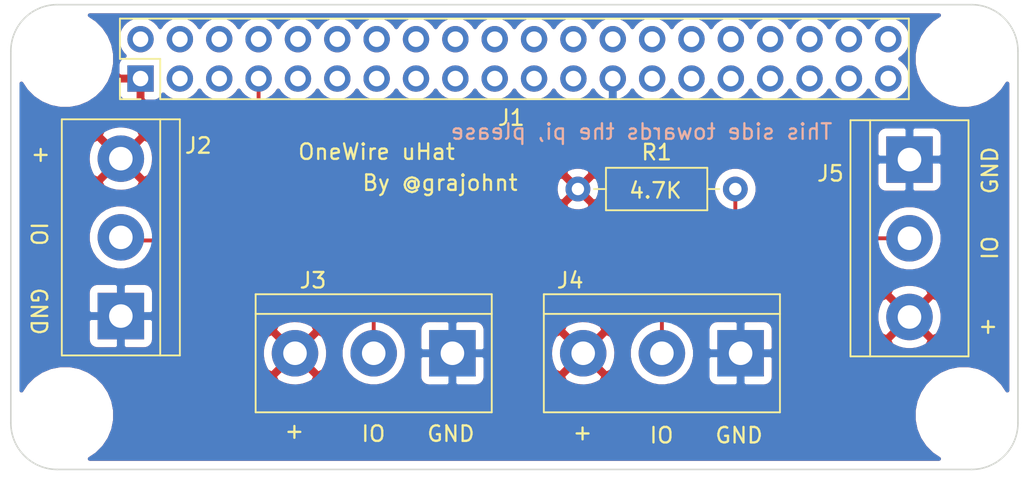
<source format=kicad_pcb>
(kicad_pcb (version 20171130) (host pcbnew "(5.1.5)-3")

  (general
    (thickness 1.6)
    (drawings 32)
    (tracks 15)
    (zones 0)
    (modules 10)
    (nets 41)
  )

  (page A4)
  (layers
    (0 F.Cu signal)
    (31 B.Cu signal)
    (34 B.Paste user)
    (35 F.Paste user)
    (36 B.SilkS user)
    (37 F.SilkS user)
    (38 B.Mask user)
    (39 F.Mask user)
    (40 Dwgs.User user hide)
    (41 Cmts.User user)
    (44 Edge.Cuts user)
    (48 B.Fab user)
    (49 F.Fab user hide)
  )

  (setup
    (last_trace_width 0.25)
    (user_trace_width 0.01)
    (user_trace_width 0.02)
    (user_trace_width 0.05)
    (user_trace_width 0.1)
    (user_trace_width 0.2)
    (trace_clearance 0.2)
    (zone_clearance 0.508)
    (zone_45_only no)
    (trace_min 0.01)
    (via_size 0.6)
    (via_drill 0.4)
    (via_min_size 0.4)
    (via_min_drill 0.3)
    (uvia_size 0.3)
    (uvia_drill 0.1)
    (uvias_allowed no)
    (uvia_min_size 0.2)
    (uvia_min_drill 0.1)
    (edge_width 0.1)
    (segment_width 0.2)
    (pcb_text_width 0.3)
    (pcb_text_size 1.5 1.5)
    (mod_edge_width 0.15)
    (mod_text_size 1 1)
    (mod_text_width 0.15)
    (pad_size 2.75 2.75)
    (pad_drill 2.75)
    (pad_to_mask_clearance 0)
    (aux_axis_origin 0 0)
    (visible_elements 7FFFFFFF)
    (pcbplotparams
      (layerselection 0x01330_80000001)
      (usegerberextensions false)
      (usegerberattributes false)
      (usegerberadvancedattributes false)
      (creategerberjobfile false)
      (excludeedgelayer true)
      (linewidth 0.100000)
      (plotframeref false)
      (viasonmask false)
      (mode 1)
      (useauxorigin false)
      (hpglpennumber 1)
      (hpglpenspeed 20)
      (hpglpendiameter 15.000000)
      (psnegative false)
      (psa4output false)
      (plotreference true)
      (plotvalue true)
      (plotinvisibletext false)
      (padsonsilk false)
      (subtractmaskfromsilk false)
      (outputformat 4)
      (mirror false)
      (drillshape 2)
      (scaleselection 1)
      (outputdirectory "meta/"))
  )

  (net 0 "")
  (net 1 "Net-(J1-Pad34)")
  (net 2 "Net-(J1-Pad36)")
  (net 3 "Net-(J1-Pad40)")
  (net 4 "Net-(J1-Pad38)")
  (net 5 "Net-(J1-Pad18)")
  (net 6 "Net-(J1-Pad20)")
  (net 7 "Net-(J1-Pad24)")
  (net 8 "Net-(J1-Pad22)")
  (net 9 "Net-(J1-Pad30)")
  (net 10 "Net-(J1-Pad32)")
  (net 11 "Net-(J1-Pad28)")
  (net 12 "Net-(J1-Pad26)")
  (net 13 "Net-(J1-Pad10)")
  (net 14 "Net-(J1-Pad12)")
  (net 15 "Net-(J1-Pad16)")
  (net 16 "Net-(J1-Pad14)")
  (net 17 "Net-(J1-Pad6)")
  (net 18 "Net-(J1-Pad8)")
  (net 19 "Net-(J1-Pad4)")
  (net 20 "Net-(J1-Pad2)")
  (net 21 "Net-(J1-Pad39)")
  (net 22 "Net-(J1-Pad37)")
  (net 23 "Net-(J1-Pad33)")
  (net 24 "Net-(J1-Pad35)")
  (net 25 "Net-(J1-Pad27)")
  (net 26 "Net-(J1-Pad29)")
  (net 27 "Net-(J1-Pad31)")
  (net 28 "Net-(J1-Pad23)")
  (net 29 "Net-(J1-Pad21)")
  (net 30 "Net-(J1-Pad17)")
  (net 31 "Net-(J1-Pad19)")
  (net 32 "Net-(J1-Pad3)")
  (net 33 "Net-(J1-Pad5)")
  (net 34 "Net-(J1-Pad15)")
  (net 35 "Net-(J1-Pad13)")
  (net 36 "Net-(J1-Pad9)")
  (net 37 "Net-(J1-Pad11)")
  (net 38 /GND)
  (net 39 /IO)
  (net 40 /V+)

  (net_class Default "This is the default net class."
    (clearance 0.2)
    (trace_width 0.25)
    (via_dia 0.6)
    (via_drill 0.4)
    (uvia_dia 0.3)
    (uvia_drill 0.1)
    (add_net /GND)
    (add_net /IO)
    (add_net /V+)
    (add_net "Net-(J1-Pad10)")
    (add_net "Net-(J1-Pad11)")
    (add_net "Net-(J1-Pad12)")
    (add_net "Net-(J1-Pad13)")
    (add_net "Net-(J1-Pad14)")
    (add_net "Net-(J1-Pad15)")
    (add_net "Net-(J1-Pad16)")
    (add_net "Net-(J1-Pad17)")
    (add_net "Net-(J1-Pad18)")
    (add_net "Net-(J1-Pad19)")
    (add_net "Net-(J1-Pad2)")
    (add_net "Net-(J1-Pad20)")
    (add_net "Net-(J1-Pad21)")
    (add_net "Net-(J1-Pad22)")
    (add_net "Net-(J1-Pad23)")
    (add_net "Net-(J1-Pad24)")
    (add_net "Net-(J1-Pad26)")
    (add_net "Net-(J1-Pad27)")
    (add_net "Net-(J1-Pad28)")
    (add_net "Net-(J1-Pad29)")
    (add_net "Net-(J1-Pad3)")
    (add_net "Net-(J1-Pad30)")
    (add_net "Net-(J1-Pad31)")
    (add_net "Net-(J1-Pad32)")
    (add_net "Net-(J1-Pad33)")
    (add_net "Net-(J1-Pad34)")
    (add_net "Net-(J1-Pad35)")
    (add_net "Net-(J1-Pad36)")
    (add_net "Net-(J1-Pad37)")
    (add_net "Net-(J1-Pad38)")
    (add_net "Net-(J1-Pad39)")
    (add_net "Net-(J1-Pad4)")
    (add_net "Net-(J1-Pad40)")
    (add_net "Net-(J1-Pad5)")
    (add_net "Net-(J1-Pad6)")
    (add_net "Net-(J1-Pad8)")
    (add_net "Net-(J1-Pad9)")
  )

  (module Resistor_THT:R_Axial_DIN0207_L6.3mm_D2.5mm_P10.16mm_Horizontal (layer F.Cu) (tedit 5AE5139B) (tstamp 5EEFCD5D)
    (at 49.1 36.4)
    (descr "Resistor, Axial_DIN0207 series, Axial, Horizontal, pin pitch=10.16mm, 0.25W = 1/4W, length*diameter=6.3*2.5mm^2, http://cdn-reichelt.de/documents/datenblatt/B400/1_4W%23YAG.pdf")
    (tags "Resistor Axial_DIN0207 series Axial Horizontal pin pitch 10.16mm 0.25W = 1/4W length 6.3mm diameter 2.5mm")
    (path /5EEFB98F)
    (fp_text reference R1 (at 5.08 -2.37) (layer F.SilkS)
      (effects (font (size 1 1) (thickness 0.15)))
    )
    (fp_text value 4.7K (at 5.08 2.37) (layer F.Fab)
      (effects (font (size 1 1) (thickness 0.15)))
    )
    (fp_text user %R (at 5.08 0) (layer F.Fab)
      (effects (font (size 1 1) (thickness 0.15)))
    )
    (fp_line (start 11.21 -1.5) (end -1.05 -1.5) (layer F.CrtYd) (width 0.05))
    (fp_line (start 11.21 1.5) (end 11.21 -1.5) (layer F.CrtYd) (width 0.05))
    (fp_line (start -1.05 1.5) (end 11.21 1.5) (layer F.CrtYd) (width 0.05))
    (fp_line (start -1.05 -1.5) (end -1.05 1.5) (layer F.CrtYd) (width 0.05))
    (fp_line (start 9.12 0) (end 8.35 0) (layer F.SilkS) (width 0.12))
    (fp_line (start 1.04 0) (end 1.81 0) (layer F.SilkS) (width 0.12))
    (fp_line (start 8.35 -1.37) (end 1.81 -1.37) (layer F.SilkS) (width 0.12))
    (fp_line (start 8.35 1.37) (end 8.35 -1.37) (layer F.SilkS) (width 0.12))
    (fp_line (start 1.81 1.37) (end 8.35 1.37) (layer F.SilkS) (width 0.12))
    (fp_line (start 1.81 -1.37) (end 1.81 1.37) (layer F.SilkS) (width 0.12))
    (fp_line (start 10.16 0) (end 8.23 0) (layer F.Fab) (width 0.1))
    (fp_line (start 0 0) (end 1.93 0) (layer F.Fab) (width 0.1))
    (fp_line (start 8.23 -1.25) (end 1.93 -1.25) (layer F.Fab) (width 0.1))
    (fp_line (start 8.23 1.25) (end 8.23 -1.25) (layer F.Fab) (width 0.1))
    (fp_line (start 1.93 1.25) (end 8.23 1.25) (layer F.Fab) (width 0.1))
    (fp_line (start 1.93 -1.25) (end 1.93 1.25) (layer F.Fab) (width 0.1))
    (pad 2 thru_hole oval (at 10.16 0) (size 1.6 1.6) (drill 0.8) (layers *.Cu *.Mask)
      (net 39 /IO))
    (pad 1 thru_hole circle (at 0 0) (size 1.6 1.6) (drill 0.8) (layers *.Cu *.Mask)
      (net 40 /V+))
    (model ${KISYS3DMOD}/Resistor_THT.3dshapes/R_Axial_DIN0207_L6.3mm_D2.5mm_P10.16mm_Horizontal.wrl
      (at (xyz 0 0 0))
      (scale (xyz 1 1 1))
      (rotate (xyz 0 0 0))
    )
  )

  (module TerminalBlock:TerminalBlock_bornier-3_P5.08mm (layer F.Cu) (tedit 59FF03B9) (tstamp 5EEFCD46)
    (at 59.6 47 180)
    (descr "simple 3-pin terminal block, pitch 5.08mm, revamped version of bornier3")
    (tags "terminal block bornier3")
    (path /5EEFA8EC)
    (fp_text reference J4 (at 11 4.7 180) (layer F.SilkS)
      (effects (font (size 1 1) (thickness 0.15)))
    )
    (fp_text value Screw_Terminal_01x03 (at 5.08 5.08) (layer F.Fab)
      (effects (font (size 1 1) (thickness 0.15)))
    )
    (fp_line (start 12.88 4) (end -2.72 4) (layer F.CrtYd) (width 0.05))
    (fp_line (start 12.88 4) (end 12.88 -4) (layer F.CrtYd) (width 0.05))
    (fp_line (start -2.72 -4) (end -2.72 4) (layer F.CrtYd) (width 0.05))
    (fp_line (start -2.72 -4) (end 12.88 -4) (layer F.CrtYd) (width 0.05))
    (fp_line (start -2.54 3.81) (end 12.7 3.81) (layer F.SilkS) (width 0.12))
    (fp_line (start -2.54 -3.81) (end 12.7 -3.81) (layer F.SilkS) (width 0.12))
    (fp_line (start -2.54 2.54) (end 12.7 2.54) (layer F.SilkS) (width 0.12))
    (fp_line (start 12.7 3.81) (end 12.7 -3.81) (layer F.SilkS) (width 0.12))
    (fp_line (start -2.54 3.81) (end -2.54 -3.81) (layer F.SilkS) (width 0.12))
    (fp_line (start -2.47 3.75) (end -2.47 -3.75) (layer F.Fab) (width 0.1))
    (fp_line (start 12.63 3.75) (end -2.47 3.75) (layer F.Fab) (width 0.1))
    (fp_line (start 12.63 -3.75) (end 12.63 3.75) (layer F.Fab) (width 0.1))
    (fp_line (start -2.47 -3.75) (end 12.63 -3.75) (layer F.Fab) (width 0.1))
    (fp_line (start -2.47 2.55) (end 12.63 2.55) (layer F.Fab) (width 0.1))
    (fp_text user %R (at 5.08 0) (layer F.Fab)
      (effects (font (size 1 1) (thickness 0.15)))
    )
    (pad 3 thru_hole circle (at 10.16 0 180) (size 3 3) (drill 1.52) (layers *.Cu *.Mask)
      (net 40 /V+))
    (pad 2 thru_hole circle (at 5.08 0 180) (size 3 3) (drill 1.52) (layers *.Cu *.Mask)
      (net 39 /IO))
    (pad 1 thru_hole rect (at 0 0 180) (size 3 3) (drill 1.52) (layers *.Cu *.Mask)
      (net 38 /GND))
    (model ${KISYS3DMOD}/TerminalBlock.3dshapes/TerminalBlock_bornier-3_P5.08mm.wrl
      (offset (xyz 5.079999923706055 0 0))
      (scale (xyz 1 1 1))
      (rotate (xyz 0 0 0))
    )
  )

  (module TerminalBlock:TerminalBlock_bornier-3_P5.08mm (layer F.Cu) (tedit 59FF03B9) (tstamp 5EEFCD30)
    (at 70.5 34.5 270)
    (descr "simple 3-pin terminal block, pitch 5.08mm, revamped version of bornier3")
    (tags "terminal block bornier3")
    (path /5EEF9D52)
    (fp_text reference J5 (at 0.9 5.1 180) (layer F.SilkS)
      (effects (font (size 1 1) (thickness 0.15)))
    )
    (fp_text value Screw_Terminal_01x03 (at 5.08 5.08 90) (layer F.Fab)
      (effects (font (size 1 1) (thickness 0.15)))
    )
    (fp_line (start 12.88 4) (end -2.72 4) (layer F.CrtYd) (width 0.05))
    (fp_line (start 12.88 4) (end 12.88 -4) (layer F.CrtYd) (width 0.05))
    (fp_line (start -2.72 -4) (end -2.72 4) (layer F.CrtYd) (width 0.05))
    (fp_line (start -2.72 -4) (end 12.88 -4) (layer F.CrtYd) (width 0.05))
    (fp_line (start -2.54 3.81) (end 12.7 3.81) (layer F.SilkS) (width 0.12))
    (fp_line (start -2.54 -3.81) (end 12.7 -3.81) (layer F.SilkS) (width 0.12))
    (fp_line (start -2.54 2.54) (end 12.7 2.54) (layer F.SilkS) (width 0.12))
    (fp_line (start 12.7 3.81) (end 12.7 -3.81) (layer F.SilkS) (width 0.12))
    (fp_line (start -2.54 3.81) (end -2.54 -3.81) (layer F.SilkS) (width 0.12))
    (fp_line (start -2.47 3.75) (end -2.47 -3.75) (layer F.Fab) (width 0.1))
    (fp_line (start 12.63 3.75) (end -2.47 3.75) (layer F.Fab) (width 0.1))
    (fp_line (start 12.63 -3.75) (end 12.63 3.75) (layer F.Fab) (width 0.1))
    (fp_line (start -2.47 -3.75) (end 12.63 -3.75) (layer F.Fab) (width 0.1))
    (fp_line (start -2.47 2.55) (end 12.63 2.55) (layer F.Fab) (width 0.1))
    (fp_text user %R (at 5.08 0 90) (layer F.Fab)
      (effects (font (size 1 1) (thickness 0.15)))
    )
    (pad 3 thru_hole circle (at 10.16 0 270) (size 3 3) (drill 1.52) (layers *.Cu *.Mask)
      (net 40 /V+))
    (pad 2 thru_hole circle (at 5.08 0 270) (size 3 3) (drill 1.52) (layers *.Cu *.Mask)
      (net 39 /IO))
    (pad 1 thru_hole rect (at 0 0 270) (size 3 3) (drill 1.52) (layers *.Cu *.Mask)
      (net 38 /GND))
    (model ${KISYS3DMOD}/TerminalBlock.3dshapes/TerminalBlock_bornier-3_P5.08mm.wrl
      (offset (xyz 5.079999923706055 0 0))
      (scale (xyz 1 1 1))
      (rotate (xyz 0 0 0))
    )
  )

  (module TerminalBlock:TerminalBlock_bornier-3_P5.08mm (layer F.Cu) (tedit 59FF03B9) (tstamp 5EEFCD1A)
    (at 41 47 180)
    (descr "simple 3-pin terminal block, pitch 5.08mm, revamped version of bornier3")
    (tags "terminal block bornier3")
    (path /5EEF9521)
    (fp_text reference J3 (at 9 4.7) (layer F.SilkS)
      (effects (font (size 1 1) (thickness 0.15)))
    )
    (fp_text value Screw_Terminal_01x03 (at 5.08 5.08) (layer F.Fab)
      (effects (font (size 1 1) (thickness 0.15)))
    )
    (fp_line (start 12.88 4) (end -2.72 4) (layer F.CrtYd) (width 0.05))
    (fp_line (start 12.88 4) (end 12.88 -4) (layer F.CrtYd) (width 0.05))
    (fp_line (start -2.72 -4) (end -2.72 4) (layer F.CrtYd) (width 0.05))
    (fp_line (start -2.72 -4) (end 12.88 -4) (layer F.CrtYd) (width 0.05))
    (fp_line (start -2.54 3.81) (end 12.7 3.81) (layer F.SilkS) (width 0.12))
    (fp_line (start -2.54 -3.81) (end 12.7 -3.81) (layer F.SilkS) (width 0.12))
    (fp_line (start -2.54 2.54) (end 12.7 2.54) (layer F.SilkS) (width 0.12))
    (fp_line (start 12.7 3.81) (end 12.7 -3.81) (layer F.SilkS) (width 0.12))
    (fp_line (start -2.54 3.81) (end -2.54 -3.81) (layer F.SilkS) (width 0.12))
    (fp_line (start -2.47 3.75) (end -2.47 -3.75) (layer F.Fab) (width 0.1))
    (fp_line (start 12.63 3.75) (end -2.47 3.75) (layer F.Fab) (width 0.1))
    (fp_line (start 12.63 -3.75) (end 12.63 3.75) (layer F.Fab) (width 0.1))
    (fp_line (start -2.47 -3.75) (end 12.63 -3.75) (layer F.Fab) (width 0.1))
    (fp_line (start -2.47 2.55) (end 12.63 2.55) (layer F.Fab) (width 0.1))
    (fp_text user %R (at 5.08 0) (layer F.Fab)
      (effects (font (size 1 1) (thickness 0.15)))
    )
    (pad 3 thru_hole circle (at 10.16 0 180) (size 3 3) (drill 1.52) (layers *.Cu *.Mask)
      (net 40 /V+))
    (pad 2 thru_hole circle (at 5.08 0 180) (size 3 3) (drill 1.52) (layers *.Cu *.Mask)
      (net 39 /IO))
    (pad 1 thru_hole rect (at 0 0 180) (size 3 3) (drill 1.52) (layers *.Cu *.Mask)
      (net 38 /GND))
    (model ${KISYS3DMOD}/TerminalBlock.3dshapes/TerminalBlock_bornier-3_P5.08mm.wrl
      (offset (xyz 5.079999923706055 0 0))
      (scale (xyz 1 1 1))
      (rotate (xyz 0 0 0))
    )
  )

  (module TerminalBlock:TerminalBlock_bornier-3_P5.08mm (layer F.Cu) (tedit 59FF03B9) (tstamp 5EEFCD04)
    (at 19.6 44.6 90)
    (descr "simple 3-pin terminal block, pitch 5.08mm, revamped version of bornier3")
    (tags "terminal block bornier3")
    (path /5EEF8600)
    (fp_text reference J2 (at 11 5 180) (layer F.SilkS)
      (effects (font (size 1 1) (thickness 0.15)))
    )
    (fp_text value Screw_Terminal_01x03 (at 5.08 5.08 90) (layer F.Fab)
      (effects (font (size 1 1) (thickness 0.15)))
    )
    (fp_line (start 12.88 4) (end -2.72 4) (layer F.CrtYd) (width 0.05))
    (fp_line (start 12.88 4) (end 12.88 -4) (layer F.CrtYd) (width 0.05))
    (fp_line (start -2.72 -4) (end -2.72 4) (layer F.CrtYd) (width 0.05))
    (fp_line (start -2.72 -4) (end 12.88 -4) (layer F.CrtYd) (width 0.05))
    (fp_line (start -2.54 3.81) (end 12.7 3.81) (layer F.SilkS) (width 0.12))
    (fp_line (start -2.54 -3.81) (end 12.7 -3.81) (layer F.SilkS) (width 0.12))
    (fp_line (start -2.54 2.54) (end 12.7 2.54) (layer F.SilkS) (width 0.12))
    (fp_line (start 12.7 3.81) (end 12.7 -3.81) (layer F.SilkS) (width 0.12))
    (fp_line (start -2.54 3.81) (end -2.54 -3.81) (layer F.SilkS) (width 0.12))
    (fp_line (start -2.47 3.75) (end -2.47 -3.75) (layer F.Fab) (width 0.1))
    (fp_line (start 12.63 3.75) (end -2.47 3.75) (layer F.Fab) (width 0.1))
    (fp_line (start 12.63 -3.75) (end 12.63 3.75) (layer F.Fab) (width 0.1))
    (fp_line (start -2.47 -3.75) (end 12.63 -3.75) (layer F.Fab) (width 0.1))
    (fp_line (start -2.47 2.55) (end 12.63 2.55) (layer F.Fab) (width 0.1))
    (fp_text user %R (at 5.08 0 90) (layer F.Fab)
      (effects (font (size 1 1) (thickness 0.15)))
    )
    (pad 3 thru_hole circle (at 10.16 0 90) (size 3 3) (drill 1.52) (layers *.Cu *.Mask)
      (net 40 /V+))
    (pad 2 thru_hole circle (at 5.08 0 90) (size 3 3) (drill 1.52) (layers *.Cu *.Mask)
      (net 39 /IO))
    (pad 1 thru_hole rect (at 0 0 90) (size 3 3) (drill 1.52) (layers *.Cu *.Mask)
      (net 38 /GND))
    (model ${KISYS3DMOD}/TerminalBlock.3dshapes/TerminalBlock_bornier-3_P5.08mm.wrl
      (offset (xyz 5.079999923706055 0 0))
      (scale (xyz 1 1 1))
      (rotate (xyz 0 0 0))
    )
  )

  (module Connector_PinHeader_2.54mm:PinHeader_2x20_P2.54mm_Vertical locked (layer F.Cu) (tedit 59FED5CC) (tstamp 5B55D6D3)
    (at 20.87 29.27 90)
    (descr "Through hole straight pin header, 2x20, 2.54mm pitch, double rows")
    (tags "Through hole pin header THT 2x20 2.54mm double row")
    (path /5516AE26)
    (fp_text reference J1 (at -2.53 23.93 180) (layer F.SilkS)
      (effects (font (size 1 1) (thickness 0.15)))
    )
    (fp_text value RPi_GPIO (at 1.27 50.59 90) (layer F.Fab)
      (effects (font (size 1 1) (thickness 0.15)))
    )
    (fp_text user %R (at 1.27 24.13 180) (layer F.Fab)
      (effects (font (size 1 1) (thickness 0.15)))
    )
    (fp_line (start 4.35 -1.8) (end -1.8 -1.8) (layer F.CrtYd) (width 0.05))
    (fp_line (start 4.35 50.05) (end 4.35 -1.8) (layer F.CrtYd) (width 0.05))
    (fp_line (start -1.8 50.05) (end 4.35 50.05) (layer F.CrtYd) (width 0.05))
    (fp_line (start -1.8 -1.8) (end -1.8 50.05) (layer F.CrtYd) (width 0.05))
    (fp_line (start -1.33 -1.33) (end 0 -1.33) (layer F.SilkS) (width 0.12))
    (fp_line (start -1.33 0) (end -1.33 -1.33) (layer F.SilkS) (width 0.12))
    (fp_line (start 1.27 -1.33) (end 3.87 -1.33) (layer F.SilkS) (width 0.12))
    (fp_line (start 1.27 1.27) (end 1.27 -1.33) (layer F.SilkS) (width 0.12))
    (fp_line (start -1.33 1.27) (end 1.27 1.27) (layer F.SilkS) (width 0.12))
    (fp_line (start 3.87 -1.33) (end 3.87 49.59) (layer F.SilkS) (width 0.12))
    (fp_line (start -1.33 1.27) (end -1.33 49.59) (layer F.SilkS) (width 0.12))
    (fp_line (start -1.33 49.59) (end 3.87 49.59) (layer F.SilkS) (width 0.12))
    (fp_line (start -1.27 0) (end 0 -1.27) (layer F.Fab) (width 0.1))
    (fp_line (start -1.27 49.53) (end -1.27 0) (layer F.Fab) (width 0.1))
    (fp_line (start 3.81 49.53) (end -1.27 49.53) (layer F.Fab) (width 0.1))
    (fp_line (start 3.81 -1.27) (end 3.81 49.53) (layer F.Fab) (width 0.1))
    (fp_line (start 0 -1.27) (end 3.81 -1.27) (layer F.Fab) (width 0.1))
    (pad 40 thru_hole oval (at 2.54 48.26 90) (size 1.7 1.7) (drill 1) (layers *.Cu *.Mask)
      (net 3 "Net-(J1-Pad40)"))
    (pad 39 thru_hole oval (at 0 48.26 90) (size 1.7 1.7) (drill 1) (layers *.Cu *.Mask)
      (net 21 "Net-(J1-Pad39)"))
    (pad 38 thru_hole oval (at 2.54 45.72 90) (size 1.7 1.7) (drill 1) (layers *.Cu *.Mask)
      (net 4 "Net-(J1-Pad38)"))
    (pad 37 thru_hole oval (at 0 45.72 90) (size 1.7 1.7) (drill 1) (layers *.Cu *.Mask)
      (net 22 "Net-(J1-Pad37)"))
    (pad 36 thru_hole oval (at 2.54 43.18 90) (size 1.7 1.7) (drill 1) (layers *.Cu *.Mask)
      (net 2 "Net-(J1-Pad36)"))
    (pad 35 thru_hole oval (at 0 43.18 90) (size 1.7 1.7) (drill 1) (layers *.Cu *.Mask)
      (net 24 "Net-(J1-Pad35)"))
    (pad 34 thru_hole oval (at 2.54 40.64 90) (size 1.7 1.7) (drill 1) (layers *.Cu *.Mask)
      (net 1 "Net-(J1-Pad34)"))
    (pad 33 thru_hole oval (at 0 40.64 90) (size 1.7 1.7) (drill 1) (layers *.Cu *.Mask)
      (net 23 "Net-(J1-Pad33)"))
    (pad 32 thru_hole oval (at 2.54 38.1 90) (size 1.7 1.7) (drill 1) (layers *.Cu *.Mask)
      (net 10 "Net-(J1-Pad32)"))
    (pad 31 thru_hole oval (at 0 38.1 90) (size 1.7 1.7) (drill 1) (layers *.Cu *.Mask)
      (net 27 "Net-(J1-Pad31)"))
    (pad 30 thru_hole oval (at 2.54 35.56 90) (size 1.7 1.7) (drill 1) (layers *.Cu *.Mask)
      (net 9 "Net-(J1-Pad30)"))
    (pad 29 thru_hole oval (at 0 35.56 90) (size 1.7 1.7) (drill 1) (layers *.Cu *.Mask)
      (net 26 "Net-(J1-Pad29)"))
    (pad 28 thru_hole oval (at 2.54 33.02 90) (size 1.7 1.7) (drill 1) (layers *.Cu *.Mask)
      (net 11 "Net-(J1-Pad28)"))
    (pad 27 thru_hole oval (at 0 33.02 90) (size 1.7 1.7) (drill 1) (layers *.Cu *.Mask)
      (net 25 "Net-(J1-Pad27)"))
    (pad 26 thru_hole oval (at 2.54 30.48 90) (size 1.7 1.7) (drill 1) (layers *.Cu *.Mask)
      (net 12 "Net-(J1-Pad26)"))
    (pad 25 thru_hole oval (at 0 30.48 90) (size 1.7 1.7) (drill 1) (layers *.Cu *.Mask)
      (net 38 /GND))
    (pad 24 thru_hole oval (at 2.54 27.94 90) (size 1.7 1.7) (drill 1) (layers *.Cu *.Mask)
      (net 7 "Net-(J1-Pad24)"))
    (pad 23 thru_hole oval (at 0 27.94 90) (size 1.7 1.7) (drill 1) (layers *.Cu *.Mask)
      (net 28 "Net-(J1-Pad23)"))
    (pad 22 thru_hole oval (at 2.54 25.4 90) (size 1.7 1.7) (drill 1) (layers *.Cu *.Mask)
      (net 8 "Net-(J1-Pad22)"))
    (pad 21 thru_hole oval (at 0 25.4 90) (size 1.7 1.7) (drill 1) (layers *.Cu *.Mask)
      (net 29 "Net-(J1-Pad21)"))
    (pad 20 thru_hole oval (at 2.54 22.86 90) (size 1.7 1.7) (drill 1) (layers *.Cu *.Mask)
      (net 6 "Net-(J1-Pad20)"))
    (pad 19 thru_hole oval (at 0 22.86 90) (size 1.7 1.7) (drill 1) (layers *.Cu *.Mask)
      (net 31 "Net-(J1-Pad19)"))
    (pad 18 thru_hole oval (at 2.54 20.32 90) (size 1.7 1.7) (drill 1) (layers *.Cu *.Mask)
      (net 5 "Net-(J1-Pad18)"))
    (pad 17 thru_hole oval (at 0 20.32 90) (size 1.7 1.7) (drill 1) (layers *.Cu *.Mask)
      (net 30 "Net-(J1-Pad17)"))
    (pad 16 thru_hole oval (at 2.54 17.78 90) (size 1.7 1.7) (drill 1) (layers *.Cu *.Mask)
      (net 15 "Net-(J1-Pad16)"))
    (pad 15 thru_hole oval (at 0 17.78 90) (size 1.7 1.7) (drill 1) (layers *.Cu *.Mask)
      (net 34 "Net-(J1-Pad15)"))
    (pad 14 thru_hole oval (at 2.54 15.24 90) (size 1.7 1.7) (drill 1) (layers *.Cu *.Mask)
      (net 16 "Net-(J1-Pad14)"))
    (pad 13 thru_hole oval (at 0 15.24 90) (size 1.7 1.7) (drill 1) (layers *.Cu *.Mask)
      (net 35 "Net-(J1-Pad13)"))
    (pad 12 thru_hole oval (at 2.54 12.7 90) (size 1.7 1.7) (drill 1) (layers *.Cu *.Mask)
      (net 14 "Net-(J1-Pad12)"))
    (pad 11 thru_hole oval (at 0 12.7 90) (size 1.7 1.7) (drill 1) (layers *.Cu *.Mask)
      (net 37 "Net-(J1-Pad11)"))
    (pad 10 thru_hole oval (at 2.54 10.16 90) (size 1.7 1.7) (drill 1) (layers *.Cu *.Mask)
      (net 13 "Net-(J1-Pad10)"))
    (pad 9 thru_hole oval (at 0 10.16 90) (size 1.7 1.7) (drill 1) (layers *.Cu *.Mask)
      (net 36 "Net-(J1-Pad9)"))
    (pad 8 thru_hole oval (at 2.54 7.62 90) (size 1.7 1.7) (drill 1) (layers *.Cu *.Mask)
      (net 18 "Net-(J1-Pad8)"))
    (pad 7 thru_hole oval (at 0 7.62 90) (size 1.7 1.7) (drill 1) (layers *.Cu *.Mask)
      (net 39 /IO))
    (pad 6 thru_hole oval (at 2.54 5.08 90) (size 1.7 1.7) (drill 1) (layers *.Cu *.Mask)
      (net 17 "Net-(J1-Pad6)"))
    (pad 5 thru_hole oval (at 0 5.08 90) (size 1.7 1.7) (drill 1) (layers *.Cu *.Mask)
      (net 33 "Net-(J1-Pad5)"))
    (pad 4 thru_hole oval (at 2.54 2.54 90) (size 1.7 1.7) (drill 1) (layers *.Cu *.Mask)
      (net 19 "Net-(J1-Pad4)"))
    (pad 3 thru_hole oval (at 0 2.54 90) (size 1.7 1.7) (drill 1) (layers *.Cu *.Mask)
      (net 32 "Net-(J1-Pad3)"))
    (pad 2 thru_hole oval (at 2.54 0 90) (size 1.7 1.7) (drill 1) (layers *.Cu *.Mask)
      (net 20 "Net-(J1-Pad2)"))
    (pad 1 thru_hole rect (at 0 0 90) (size 1.7 1.7) (drill 1) (layers *.Cu *.Mask)
      (net 40 /V+))
    (model ${KISYS3DMOD}/Connector_PinHeader_2.54mm.3dshapes/PinHeader_2x20_P2.54mm_Vertical.wrl
      (at (xyz 0 0 0))
      (scale (xyz 1 1 1))
      (rotate (xyz 0 0 0))
    )
  )

  (module RPi_Hat:RPi_Hat_Mounting_Hole locked (layer F.Cu) (tedit 55217CCB) (tstamp 58B743A7)
    (at 16 51)
    (descr "Mounting hole, Befestigungsbohrung, 2,7mm, No Annular, Kein Restring,")
    (tags "Mounting hole, Befestigungsbohrung, 2,7mm, No Annular, Kein Restring,")
    (fp_text reference "" (at 0 -4.0005) (layer F.SilkS) hide
      (effects (font (size 1 1) (thickness 0.15)))
    )
    (fp_text value "" (at 0.09906 3.59918) (layer F.Fab) hide
      (effects (font (size 1 1) (thickness 0.15)))
    )
    (fp_circle (center 0 0) (end 1.375 0) (layer F.Fab) (width 0.15))
    (fp_circle (center 0 0) (end 3.1 0) (layer F.Fab) (width 0.15))
    (fp_circle (center 0 0) (end 3.1 0) (layer B.Fab) (width 0.15))
    (fp_circle (center 0 0) (end 1.375 0) (layer B.Fab) (width 0.15))
    (fp_circle (center 0 0) (end 3.1 0) (layer F.CrtYd) (width 0.15))
    (fp_circle (center 0 0) (end 3.1 0) (layer B.CrtYd) (width 0.15))
    (pad "" np_thru_hole circle (at 0 0) (size 2.75 2.75) (drill 2.75) (layers *.Cu *.Mask)
      (solder_mask_margin 1.725) (clearance 1.725))
  )

  (module RPi_Hat:RPi_Hat_Mounting_Hole locked (layer F.Cu) (tedit 55217C7B) (tstamp 5515DEA9)
    (at 74 28)
    (descr "Mounting hole, Befestigungsbohrung, 2,7mm, No Annular, Kein Restring,")
    (tags "Mounting hole, Befestigungsbohrung, 2,7mm, No Annular, Kein Restring,")
    (fp_text reference "" (at 0 -4.0005) (layer F.SilkS) hide
      (effects (font (size 1 1) (thickness 0.15)))
    )
    (fp_text value "" (at 0.09906 3.59918) (layer F.Fab) hide
      (effects (font (size 1 1) (thickness 0.15)))
    )
    (fp_circle (center 0 0) (end 1.375 0) (layer F.Fab) (width 0.15))
    (fp_circle (center 0 0) (end 3.1 0) (layer F.Fab) (width 0.15))
    (fp_circle (center 0 0) (end 3.1 0) (layer B.Fab) (width 0.15))
    (fp_circle (center 0 0) (end 1.375 0) (layer B.Fab) (width 0.15))
    (fp_circle (center 0 0) (end 3.1 0) (layer F.CrtYd) (width 0.15))
    (fp_circle (center 0 0) (end 3.1 0) (layer B.CrtYd) (width 0.15))
    (pad "" np_thru_hole circle (at 0 0) (size 2.75 2.75) (drill 2.75) (layers *.Cu *.Mask)
      (solder_mask_margin 1.725) (clearance 1.725))
  )

  (module RPi_Hat:RPi_Hat_Mounting_Hole locked (layer F.Cu) (tedit 55217CCB) (tstamp 55169DC9)
    (at 74 51)
    (descr "Mounting hole, Befestigungsbohrung, 2,7mm, No Annular, Kein Restring,")
    (tags "Mounting hole, Befestigungsbohrung, 2,7mm, No Annular, Kein Restring,")
    (fp_text reference "" (at 0 -4.0005) (layer F.SilkS) hide
      (effects (font (size 1 1) (thickness 0.15)))
    )
    (fp_text value "" (at 0.09906 3.59918) (layer F.Fab) hide
      (effects (font (size 1 1) (thickness 0.15)))
    )
    (fp_circle (center 0 0) (end 1.375 0) (layer F.Fab) (width 0.15))
    (fp_circle (center 0 0) (end 3.1 0) (layer F.Fab) (width 0.15))
    (fp_circle (center 0 0) (end 3.1 0) (layer B.Fab) (width 0.15))
    (fp_circle (center 0 0) (end 1.375 0) (layer B.Fab) (width 0.15))
    (fp_circle (center 0 0) (end 3.1 0) (layer F.CrtYd) (width 0.15))
    (fp_circle (center 0 0) (end 3.1 0) (layer B.CrtYd) (width 0.15))
    (pad "" np_thru_hole circle (at 0 0) (size 2.75 2.75) (drill 2.75) (layers *.Cu *.Mask)
      (solder_mask_margin 1.725) (clearance 1.725))
  )

  (module RPi_Hat:RPi_Hat_Mounting_Hole locked (layer F.Cu) (tedit 55217CA2) (tstamp 5515DEBF)
    (at 16 28)
    (descr "Mounting hole, Befestigungsbohrung, 2,7mm, No Annular, Kein Restring,")
    (tags "Mounting hole, Befestigungsbohrung, 2,7mm, No Annular, Kein Restring,")
    (fp_text reference "" (at 0 -4.0005) (layer F.SilkS) hide
      (effects (font (size 1 1) (thickness 0.15)))
    )
    (fp_text value "" (at 0.09906 3.59918) (layer F.Fab) hide
      (effects (font (size 1 1) (thickness 0.15)))
    )
    (fp_circle (center 0 0) (end 1.375 0) (layer F.Fab) (width 0.15))
    (fp_circle (center 0 0) (end 3.1 0) (layer F.Fab) (width 0.15))
    (fp_circle (center 0 0) (end 3.1 0) (layer B.Fab) (width 0.15))
    (fp_circle (center 0 0) (end 1.375 0) (layer B.Fab) (width 0.15))
    (fp_circle (center 0 0) (end 3.1 0) (layer F.CrtYd) (width 0.15))
    (fp_circle (center 0 0) (end 3.1 0) (layer B.CrtYd) (width 0.15))
    (pad "" np_thru_hole circle (at 0 0) (size 2.75 2.75) (drill 2.75) (layers *.Cu *.Mask)
      (solder_mask_margin 1.725) (clearance 1.725))
  )

  (gr_text "This side towards the pi, please" (at 53.2 32.7) (layer B.SilkS)
    (effects (font (size 1 1) (thickness 0.15)) (justify mirror))
  )
  (gr_text "By @grajohnt" (at 40.2 36) (layer F.SilkS)
    (effects (font (size 1 1) (thickness 0.15)))
  )
  (gr_text "OneWire uHat" (at 36.1 34) (layer F.SilkS)
    (effects (font (size 1 1) (thickness 0.15)))
  )
  (gr_text + (at 14.5 34.2 270) (layer F.SilkS) (tstamp 5EEFD8DE)
    (effects (font (size 1 1) (thickness 0.15)))
  )
  (gr_text "GND\n" (at 14.3 44.3 270) (layer F.SilkS) (tstamp 5EEFD8DD)
    (effects (font (size 1 1) (thickness 0.15)))
  )
  (gr_text IO (at 14.3 39.3 270) (layer F.SilkS) (tstamp 5EEFD8DC)
    (effects (font (size 1 1) (thickness 0.15)))
  )
  (gr_text + (at 75.5 45.3 90) (layer F.SilkS) (tstamp 5EEFD8DE)
    (effects (font (size 1 1) (thickness 0.15)))
  )
  (gr_text "GND\n" (at 75.7 35.2 90) (layer F.SilkS) (tstamp 5EEFD8DD)
    (effects (font (size 1 1) (thickness 0.15)))
  )
  (gr_text IO (at 75.7 40.2 90) (layer F.SilkS) (tstamp 5EEFD8DC)
    (effects (font (size 1 1) (thickness 0.15)))
  )
  (gr_text + (at 49.4 52.1) (layer F.SilkS) (tstamp 5EEFD8DE)
    (effects (font (size 1 1) (thickness 0.15)))
  )
  (gr_text "GND\n" (at 59.5 52.3) (layer F.SilkS) (tstamp 5EEFD8DD)
    (effects (font (size 1 1) (thickness 0.15)))
  )
  (gr_text IO (at 54.5 52.3) (layer F.SilkS) (tstamp 5EEFD8DC)
    (effects (font (size 1 1) (thickness 0.15)))
  )
  (gr_text "GND\n" (at 40.9 52.2) (layer F.SilkS)
    (effects (font (size 1 1) (thickness 0.15)))
  )
  (gr_text IO (at 35.9 52.2) (layer F.SilkS)
    (effects (font (size 1 1) (thickness 0.15)))
  )
  (gr_text + (at 30.8 52) (layer F.SilkS)
    (effects (font (size 1 1) (thickness 0.15)))
  )
  (gr_text "4.7K\n" (at 54.1 36.5) (layer F.SilkS)
    (effects (font (size 1 1) (thickness 0.15)))
  )
  (gr_arc (start 15.5 27.5) (end 12.5 27.5) (angle 90) (layer Edge.Cuts) (width 0.1) (tstamp 5B55F169))
  (gr_line (start 15.5 24.5) (end 74.5 24.5) (angle 90) (layer Edge.Cuts) (width 0.1) (tstamp 5B55F01C))
  (gr_arc (start 74.5 27.5) (end 74.5 24.5) (angle 90) (layer Edge.Cuts) (width 0.1) (tstamp 5B55EED3))
  (dimension 30.5 (width 0.15) (layer Dwgs.User)
    (gr_text "30.5 mm (SMT socket)" (at 88.05 39.25 270) (layer Dwgs.User)
      (effects (font (size 1.5 1.5) (thickness 0.15)))
    )
    (feature1 (pts (xy 78.5 54.5) (xy 89.1 54.5)))
    (feature2 (pts (xy 78.5 24) (xy 89.1 24)))
    (crossbar (pts (xy 87 24) (xy 87 54.5)))
    (arrow1a (pts (xy 87 54.5) (xy 86.413579 53.373496)))
    (arrow1b (pts (xy 87 54.5) (xy 87.586421 53.373496)))
    (arrow2a (pts (xy 87 24) (xy 86.413579 25.126504)))
    (arrow2b (pts (xy 87 24) (xy 87.586421 25.126504)))
  )
  (dimension 30 (width 0.15) (layer Dwgs.User)
    (gr_text "30 mm (Thru-hole)" (at 83.05 39.5 270) (layer Dwgs.User)
      (effects (font (size 1.5 1.5) (thickness 0.15)))
    )
    (feature1 (pts (xy 78.5 54.5) (xy 84.1 54.5)))
    (feature2 (pts (xy 78.5 24.5) (xy 84.1 24.5)))
    (crossbar (pts (xy 82 24.5) (xy 82 54.5)))
    (arrow1a (pts (xy 82 54.5) (xy 81.413579 53.373496)))
    (arrow1b (pts (xy 82 54.5) (xy 82.586421 53.373496)))
    (arrow2a (pts (xy 82 24.5) (xy 81.413579 25.626504)))
    (arrow2b (pts (xy 82 24.5) (xy 82.586421 25.626504)))
  )
  (dimension 23 (width 0.15) (layer Dwgs.User)
    (gr_text "23.000 mm" (at 7.95 39.5 90) (layer Dwgs.User)
      (effects (font (size 1.5 1.5) (thickness 0.15)))
    )
    (feature1 (pts (xy 11.5 28) (xy 6.9 28)))
    (feature2 (pts (xy 11.5 51) (xy 6.9 51)))
    (crossbar (pts (xy 9 51) (xy 9 28)))
    (arrow1a (pts (xy 9 28) (xy 9.586421 29.126504)))
    (arrow1b (pts (xy 9 28) (xy 8.413579 29.126504)))
    (arrow2a (pts (xy 9 51) (xy 9.586421 49.873496)))
    (arrow2b (pts (xy 9 51) (xy 8.413579 49.873496)))
  )
  (dimension 3.5 (width 0.15) (layer Dwgs.User)
    (gr_text "3.5 mm" (at 21 58.5) (layer Dwgs.User)
      (effects (font (size 1.5 1.5) (thickness 0.15)))
    )
    (feature1 (pts (xy 16.068883 55.2811) (xy 16.068883 60.3811)))
    (feature2 (pts (xy 12.568883 55.2811) (xy 12.568883 60.3811)))
    (crossbar (pts (xy 12.568883 58.2811) (xy 16.068883 58.2811)))
    (arrow1a (pts (xy 16.068883 58.2811) (xy 14.942379 58.867521)))
    (arrow1b (pts (xy 16.068883 58.2811) (xy 14.942379 57.694679)))
    (arrow2a (pts (xy 12.568883 58.2811) (xy 13.695387 58.867521)))
    (arrow2b (pts (xy 12.568883 58.2811) (xy 13.695387 57.694679)))
  )
  (dimension 3.5 (width 0.15) (layer Dwgs.User) (tstamp 55169E80)
    (gr_text "3.5 mm" (at 22.5 46 270) (layer Dwgs.User) (tstamp 55169E80)
      (effects (font (size 1.5 1.5) (thickness 0.15)))
    )
    (feature1 (pts (xy 20 54.5) (xy 24.6 54.5)))
    (feature2 (pts (xy 20 51) (xy 24.6 51)))
    (crossbar (pts (xy 22.5 51) (xy 22.5 54.5)))
    (arrow1a (pts (xy 22.5 54.5) (xy 21.913579 53.373496)))
    (arrow1b (pts (xy 22.5 54.5) (xy 23.086421 53.373496)))
    (arrow2a (pts (xy 22.5 51) (xy 21.913579 52.126504)))
    (arrow2b (pts (xy 22.5 51) (xy 23.086421 52.126504)))
  )
  (dimension 29 (width 0.15) (layer Dwgs.User)
    (gr_text "29 mm" (at 30.5 35.849999) (layer Dwgs.User)
      (effects (font (size 1.5 1.5) (thickness 0.15)))
    )
    (feature1 (pts (xy 45 32) (xy 45 37.199999)))
    (feature2 (pts (xy 16 32) (xy 16 37.199999)))
    (crossbar (pts (xy 16 34.499999) (xy 45 34.499999)))
    (arrow1a (pts (xy 45 34.499999) (xy 43.873496 35.08642)))
    (arrow1b (pts (xy 45 34.499999) (xy 43.873496 33.913578)))
    (arrow2a (pts (xy 16 34.499999) (xy 17.126504 35.08642)))
    (arrow2b (pts (xy 16 34.499999) (xy 17.126504 33.913578)))
  )
  (dimension 58 (width 0.15) (layer Dwgs.User)
    (gr_text "58 mm" (at 45 19.15) (layer Dwgs.User)
      (effects (font (size 1.5 1.5) (thickness 0.15)))
    )
    (feature1 (pts (xy 74 23) (xy 74 17.8)))
    (feature2 (pts (xy 16 23) (xy 16 17.8)))
    (crossbar (pts (xy 16 20.5) (xy 74 20.5)))
    (arrow1a (pts (xy 74 20.5) (xy 72.873496 21.086421)))
    (arrow1b (pts (xy 74 20.5) (xy 72.873496 19.913579)))
    (arrow2a (pts (xy 16 20.5) (xy 17.126504 21.086421)))
    (arrow2b (pts (xy 16 20.5) (xy 17.126504 19.913579)))
  )
  (dimension 65 (width 0.15) (layer Dwgs.User)
    (gr_text "65 mm" (at 45 14.65) (layer Dwgs.User)
      (effects (font (size 1.5 1.5) (thickness 0.15)))
    )
    (feature1 (pts (xy 77.5 23) (xy 77.5 13.3)))
    (feature2 (pts (xy 12.5 23) (xy 12.5 13.3)))
    (crossbar (pts (xy 12.5 16) (xy 77.5 16)))
    (arrow1a (pts (xy 77.5 16) (xy 76.373496 16.586421)))
    (arrow1b (pts (xy 77.5 16) (xy 76.373496 15.413579)))
    (arrow2a (pts (xy 12.5 16) (xy 13.626504 16.586421)))
    (arrow2b (pts (xy 12.5 16) (xy 13.626504 15.413579)))
  )
  (gr_arc (start 74.5 51.5) (end 77.5 51.5) (angle 90) (layer Edge.Cuts) (width 0.1) (tstamp 55157FFB))
  (gr_arc (start 15.5 51.5) (end 15.5 54.5) (angle 90) (layer Edge.Cuts) (width 0.1) (tstamp 55157FCE))
  (gr_line (start 12.5 27.5) (end 12.5 51.5) (layer Edge.Cuts) (width 0.1))
  (gr_line (start 15.5 54.5) (end 74.5 54.5) (angle 90) (layer Edge.Cuts) (width 0.1))
  (gr_line (start 77.5 27.5) (end 77.5 51.5) (angle 90) (layer Edge.Cuts) (width 0.1))

  (segment (start 28.49 29.27) (end 28.49 36.41) (width 0.25) (layer F.Cu) (net 39))
  (segment (start 28.49 36.41) (end 31.81 36.41) (width 0.25) (layer F.Cu) (net 39) (tstamp 5EEFD8BA))
  (segment (start 35.92 40.52) (end 35.92 47) (width 0.25) (layer F.Cu) (net 39))
  (segment (start 31.81 36.41) (end 35.92 40.52) (width 0.25) (layer F.Cu) (net 39))
  (segment (start 35.92 40.52) (end 50.68 40.52) (width 0.25) (layer F.Cu) (net 39))
  (segment (start 54.52 44.36) (end 54.52 47) (width 0.25) (layer F.Cu) (net 39))
  (segment (start 50.68 40.52) (end 54.52 44.36) (width 0.25) (layer F.Cu) (net 39))
  (segment (start 54.52 44.36) (end 54.54 44.36) (width 0.25) (layer F.Cu) (net 39))
  (segment (start 54.54 44.36) (end 59.32 39.58) (width 0.25) (layer F.Cu) (net 39))
  (segment (start 59.26 39.52) (end 59.26 36.4) (width 0.25) (layer F.Cu) (net 39))
  (segment (start 59.32 39.58) (end 59.26 39.52) (width 0.25) (layer F.Cu) (net 39))
  (segment (start 19.8 39.72) (end 19.6 39.52) (width 0.25) (layer F.Cu) (net 39))
  (segment (start 28.49 36.41) (end 25.18 39.72) (width 0.25) (layer F.Cu) (net 39))
  (segment (start 25.18 39.72) (end 19.8 39.72) (width 0.25) (layer F.Cu) (net 39))
  (segment (start 59.32 39.58) (end 70.5 39.58) (width 0.25) (layer F.Cu) (net 39))

  (zone (net 38) (net_name /GND) (layer B.Cu) (tstamp 5EEFD4FF) (hatch edge 0.508)
    (connect_pads (clearance 0.508))
    (min_thickness 0.254)
    (fill yes (arc_segments 32) (thermal_gap 0.508) (thermal_bridge_width 0.508))
    (polygon
      (pts
        (xy 77.9 55.1) (xy 11.9 55.1) (xy 11.9 24.2) (xy 77.9 24.2)
      )
    )
    (filled_polygon
      (pts
        (xy 71.942907 25.493425) (xy 71.493425 25.942907) (xy 71.14027 26.471442) (xy 70.897012 27.058719) (xy 70.773 27.682168)
        (xy 70.773 28.317832) (xy 70.897012 28.941281) (xy 71.14027 29.528558) (xy 71.493425 30.057093) (xy 71.942907 30.506575)
        (xy 72.471442 30.85973) (xy 73.058719 31.102988) (xy 73.682168 31.227) (xy 74.317832 31.227) (xy 74.941281 31.102988)
        (xy 75.528558 30.85973) (xy 76.057093 30.506575) (xy 76.506575 30.057093) (xy 76.815 29.595501) (xy 76.815001 49.4045)
        (xy 76.506575 48.942907) (xy 76.057093 48.493425) (xy 75.528558 48.14027) (xy 74.941281 47.897012) (xy 74.317832 47.773)
        (xy 73.682168 47.773) (xy 73.058719 47.897012) (xy 72.471442 48.14027) (xy 71.942907 48.493425) (xy 71.493425 48.942907)
        (xy 71.14027 49.471442) (xy 70.897012 50.058719) (xy 70.773 50.682168) (xy 70.773 51.317832) (xy 70.897012 51.941281)
        (xy 71.14027 52.528558) (xy 71.493425 53.057093) (xy 71.942907 53.506575) (xy 72.404499 53.815) (xy 17.595501 53.815)
        (xy 18.057093 53.506575) (xy 18.506575 53.057093) (xy 18.85973 52.528558) (xy 19.102988 51.941281) (xy 19.227 51.317832)
        (xy 19.227 50.682168) (xy 19.102988 50.058719) (xy 18.85973 49.471442) (xy 18.506575 48.942907) (xy 18.057093 48.493425)
        (xy 17.528558 48.14027) (xy 16.941281 47.897012) (xy 16.317832 47.773) (xy 15.682168 47.773) (xy 15.058719 47.897012)
        (xy 14.471442 48.14027) (xy 13.942907 48.493425) (xy 13.493425 48.942907) (xy 13.185 49.404499) (xy 13.185 46.789721)
        (xy 28.705 46.789721) (xy 28.705 47.210279) (xy 28.787047 47.622756) (xy 28.947988 48.011302) (xy 29.181637 48.360983)
        (xy 29.479017 48.658363) (xy 29.828698 48.892012) (xy 30.217244 49.052953) (xy 30.629721 49.135) (xy 31.050279 49.135)
        (xy 31.462756 49.052953) (xy 31.851302 48.892012) (xy 32.200983 48.658363) (xy 32.498363 48.360983) (xy 32.732012 48.011302)
        (xy 32.892953 47.622756) (xy 32.975 47.210279) (xy 32.975 46.789721) (xy 33.785 46.789721) (xy 33.785 47.210279)
        (xy 33.867047 47.622756) (xy 34.027988 48.011302) (xy 34.261637 48.360983) (xy 34.559017 48.658363) (xy 34.908698 48.892012)
        (xy 35.297244 49.052953) (xy 35.709721 49.135) (xy 36.130279 49.135) (xy 36.542756 49.052953) (xy 36.931302 48.892012)
        (xy 37.280983 48.658363) (xy 37.439346 48.5) (xy 38.861928 48.5) (xy 38.874188 48.624482) (xy 38.910498 48.74418)
        (xy 38.969463 48.854494) (xy 39.048815 48.951185) (xy 39.145506 49.030537) (xy 39.25582 49.089502) (xy 39.375518 49.125812)
        (xy 39.5 49.138072) (xy 40.71425 49.135) (xy 40.873 48.97625) (xy 40.873 47.127) (xy 41.127 47.127)
        (xy 41.127 48.97625) (xy 41.28575 49.135) (xy 42.5 49.138072) (xy 42.624482 49.125812) (xy 42.74418 49.089502)
        (xy 42.854494 49.030537) (xy 42.951185 48.951185) (xy 43.030537 48.854494) (xy 43.089502 48.74418) (xy 43.125812 48.624482)
        (xy 43.138072 48.5) (xy 43.135 47.28575) (xy 42.97625 47.127) (xy 41.127 47.127) (xy 40.873 47.127)
        (xy 39.02375 47.127) (xy 38.865 47.28575) (xy 38.861928 48.5) (xy 37.439346 48.5) (xy 37.578363 48.360983)
        (xy 37.812012 48.011302) (xy 37.972953 47.622756) (xy 38.055 47.210279) (xy 38.055 46.789721) (xy 37.972953 46.377244)
        (xy 37.812012 45.988698) (xy 37.578363 45.639017) (xy 37.439346 45.5) (xy 38.861928 45.5) (xy 38.865 46.71425)
        (xy 39.02375 46.873) (xy 40.873 46.873) (xy 40.873 45.02375) (xy 41.127 45.02375) (xy 41.127 46.873)
        (xy 42.97625 46.873) (xy 43.059529 46.789721) (xy 47.305 46.789721) (xy 47.305 47.210279) (xy 47.387047 47.622756)
        (xy 47.547988 48.011302) (xy 47.781637 48.360983) (xy 48.079017 48.658363) (xy 48.428698 48.892012) (xy 48.817244 49.052953)
        (xy 49.229721 49.135) (xy 49.650279 49.135) (xy 50.062756 49.052953) (xy 50.451302 48.892012) (xy 50.800983 48.658363)
        (xy 51.098363 48.360983) (xy 51.332012 48.011302) (xy 51.492953 47.622756) (xy 51.575 47.210279) (xy 51.575 46.789721)
        (xy 52.385 46.789721) (xy 52.385 47.210279) (xy 52.467047 47.622756) (xy 52.627988 48.011302) (xy 52.861637 48.360983)
        (xy 53.159017 48.658363) (xy 53.508698 48.892012) (xy 53.897244 49.052953) (xy 54.309721 49.135) (xy 54.730279 49.135)
        (xy 55.142756 49.052953) (xy 55.531302 48.892012) (xy 55.880983 48.658363) (xy 56.039346 48.5) (xy 57.461928 48.5)
        (xy 57.474188 48.624482) (xy 57.510498 48.74418) (xy 57.569463 48.854494) (xy 57.648815 48.951185) (xy 57.745506 49.030537)
        (xy 57.85582 49.089502) (xy 57.975518 49.125812) (xy 58.1 49.138072) (xy 59.31425 49.135) (xy 59.473 48.97625)
        (xy 59.473 47.127) (xy 59.727 47.127) (xy 59.727 48.97625) (xy 59.88575 49.135) (xy 61.1 49.138072)
        (xy 61.224482 49.125812) (xy 61.34418 49.089502) (xy 61.454494 49.030537) (xy 61.551185 48.951185) (xy 61.630537 48.854494)
        (xy 61.689502 48.74418) (xy 61.725812 48.624482) (xy 61.738072 48.5) (xy 61.735 47.28575) (xy 61.57625 47.127)
        (xy 59.727 47.127) (xy 59.473 47.127) (xy 57.62375 47.127) (xy 57.465 47.28575) (xy 57.461928 48.5)
        (xy 56.039346 48.5) (xy 56.178363 48.360983) (xy 56.412012 48.011302) (xy 56.572953 47.622756) (xy 56.655 47.210279)
        (xy 56.655 46.789721) (xy 56.572953 46.377244) (xy 56.412012 45.988698) (xy 56.178363 45.639017) (xy 56.039346 45.5)
        (xy 57.461928 45.5) (xy 57.465 46.71425) (xy 57.62375 46.873) (xy 59.473 46.873) (xy 59.473 45.02375)
        (xy 59.727 45.02375) (xy 59.727 46.873) (xy 61.57625 46.873) (xy 61.735 46.71425) (xy 61.738072 45.5)
        (xy 61.725812 45.375518) (xy 61.689502 45.25582) (xy 61.630537 45.145506) (xy 61.551185 45.048815) (xy 61.454494 44.969463)
        (xy 61.34418 44.910498) (xy 61.224482 44.874188) (xy 61.1 44.861928) (xy 59.88575 44.865) (xy 59.727 45.02375)
        (xy 59.473 45.02375) (xy 59.31425 44.865) (xy 58.1 44.861928) (xy 57.975518 44.874188) (xy 57.85582 44.910498)
        (xy 57.745506 44.969463) (xy 57.648815 45.048815) (xy 57.569463 45.145506) (xy 57.510498 45.25582) (xy 57.474188 45.375518)
        (xy 57.461928 45.5) (xy 56.039346 45.5) (xy 55.880983 45.341637) (xy 55.531302 45.107988) (xy 55.142756 44.947047)
        (xy 54.730279 44.865) (xy 54.309721 44.865) (xy 53.897244 44.947047) (xy 53.508698 45.107988) (xy 53.159017 45.341637)
        (xy 52.861637 45.639017) (xy 52.627988 45.988698) (xy 52.467047 46.377244) (xy 52.385 46.789721) (xy 51.575 46.789721)
        (xy 51.492953 46.377244) (xy 51.332012 45.988698) (xy 51.098363 45.639017) (xy 50.800983 45.341637) (xy 50.451302 45.107988)
        (xy 50.062756 44.947047) (xy 49.650279 44.865) (xy 49.229721 44.865) (xy 48.817244 44.947047) (xy 48.428698 45.107988)
        (xy 48.079017 45.341637) (xy 47.781637 45.639017) (xy 47.547988 45.988698) (xy 47.387047 46.377244) (xy 47.305 46.789721)
        (xy 43.059529 46.789721) (xy 43.135 46.71425) (xy 43.138072 45.5) (xy 43.125812 45.375518) (xy 43.089502 45.25582)
        (xy 43.030537 45.145506) (xy 42.951185 45.048815) (xy 42.854494 44.969463) (xy 42.74418 44.910498) (xy 42.624482 44.874188)
        (xy 42.5 44.861928) (xy 41.28575 44.865) (xy 41.127 45.02375) (xy 40.873 45.02375) (xy 40.71425 44.865)
        (xy 39.5 44.861928) (xy 39.375518 44.874188) (xy 39.25582 44.910498) (xy 39.145506 44.969463) (xy 39.048815 45.048815)
        (xy 38.969463 45.145506) (xy 38.910498 45.25582) (xy 38.874188 45.375518) (xy 38.861928 45.5) (xy 37.439346 45.5)
        (xy 37.280983 45.341637) (xy 36.931302 45.107988) (xy 36.542756 44.947047) (xy 36.130279 44.865) (xy 35.709721 44.865)
        (xy 35.297244 44.947047) (xy 34.908698 45.107988) (xy 34.559017 45.341637) (xy 34.261637 45.639017) (xy 34.027988 45.988698)
        (xy 33.867047 46.377244) (xy 33.785 46.789721) (xy 32.975 46.789721) (xy 32.892953 46.377244) (xy 32.732012 45.988698)
        (xy 32.498363 45.639017) (xy 32.200983 45.341637) (xy 31.851302 45.107988) (xy 31.462756 44.947047) (xy 31.050279 44.865)
        (xy 30.629721 44.865) (xy 30.217244 44.947047) (xy 29.828698 45.107988) (xy 29.479017 45.341637) (xy 29.181637 45.639017)
        (xy 28.947988 45.988698) (xy 28.787047 46.377244) (xy 28.705 46.789721) (xy 13.185 46.789721) (xy 13.185 46.1)
        (xy 17.461928 46.1) (xy 17.474188 46.224482) (xy 17.510498 46.34418) (xy 17.569463 46.454494) (xy 17.648815 46.551185)
        (xy 17.745506 46.630537) (xy 17.85582 46.689502) (xy 17.975518 46.725812) (xy 18.1 46.738072) (xy 19.31425 46.735)
        (xy 19.473 46.57625) (xy 19.473 44.727) (xy 19.727 44.727) (xy 19.727 46.57625) (xy 19.88575 46.735)
        (xy 21.1 46.738072) (xy 21.224482 46.725812) (xy 21.34418 46.689502) (xy 21.454494 46.630537) (xy 21.551185 46.551185)
        (xy 21.630537 46.454494) (xy 21.689502 46.34418) (xy 21.725812 46.224482) (xy 21.738072 46.1) (xy 21.735 44.88575)
        (xy 21.57625 44.727) (xy 19.727 44.727) (xy 19.473 44.727) (xy 17.62375 44.727) (xy 17.465 44.88575)
        (xy 17.461928 46.1) (xy 13.185 46.1) (xy 13.185 43.1) (xy 17.461928 43.1) (xy 17.465 44.31425)
        (xy 17.62375 44.473) (xy 19.473 44.473) (xy 19.473 42.62375) (xy 19.727 42.62375) (xy 19.727 44.473)
        (xy 21.57625 44.473) (xy 21.599529 44.449721) (xy 68.365 44.449721) (xy 68.365 44.870279) (xy 68.447047 45.282756)
        (xy 68.607988 45.671302) (xy 68.841637 46.020983) (xy 69.139017 46.318363) (xy 69.488698 46.552012) (xy 69.877244 46.712953)
        (xy 70.289721 46.795) (xy 70.710279 46.795) (xy 71.122756 46.712953) (xy 71.511302 46.552012) (xy 71.860983 46.318363)
        (xy 72.158363 46.020983) (xy 72.392012 45.671302) (xy 72.552953 45.282756) (xy 72.635 44.870279) (xy 72.635 44.449721)
        (xy 72.552953 44.037244) (xy 72.392012 43.648698) (xy 72.158363 43.299017) (xy 71.860983 43.001637) (xy 71.511302 42.767988)
        (xy 71.122756 42.607047) (xy 70.710279 42.525) (xy 70.289721 42.525) (xy 69.877244 42.607047) (xy 69.488698 42.767988)
        (xy 69.139017 43.001637) (xy 68.841637 43.299017) (xy 68.607988 43.648698) (xy 68.447047 44.037244) (xy 68.365 44.449721)
        (xy 21.599529 44.449721) (xy 21.735 44.31425) (xy 21.738072 43.1) (xy 21.725812 42.975518) (xy 21.689502 42.85582)
        (xy 21.630537 42.745506) (xy 21.551185 42.648815) (xy 21.454494 42.569463) (xy 21.34418 42.510498) (xy 21.224482 42.474188)
        (xy 21.1 42.461928) (xy 19.88575 42.465) (xy 19.727 42.62375) (xy 19.473 42.62375) (xy 19.31425 42.465)
        (xy 18.1 42.461928) (xy 17.975518 42.474188) (xy 17.85582 42.510498) (xy 17.745506 42.569463) (xy 17.648815 42.648815)
        (xy 17.569463 42.745506) (xy 17.510498 42.85582) (xy 17.474188 42.975518) (xy 17.461928 43.1) (xy 13.185 43.1)
        (xy 13.185 39.309721) (xy 17.465 39.309721) (xy 17.465 39.730279) (xy 17.547047 40.142756) (xy 17.707988 40.531302)
        (xy 17.941637 40.880983) (xy 18.239017 41.178363) (xy 18.588698 41.412012) (xy 18.977244 41.572953) (xy 19.389721 41.655)
        (xy 19.810279 41.655) (xy 20.222756 41.572953) (xy 20.611302 41.412012) (xy 20.960983 41.178363) (xy 21.258363 40.880983)
        (xy 21.492012 40.531302) (xy 21.652953 40.142756) (xy 21.735 39.730279) (xy 21.735 39.369721) (xy 68.365 39.369721)
        (xy 68.365 39.790279) (xy 68.447047 40.202756) (xy 68.607988 40.591302) (xy 68.841637 40.940983) (xy 69.139017 41.238363)
        (xy 69.488698 41.472012) (xy 69.877244 41.632953) (xy 70.289721 41.715) (xy 70.710279 41.715) (xy 71.122756 41.632953)
        (xy 71.511302 41.472012) (xy 71.860983 41.238363) (xy 72.158363 40.940983) (xy 72.392012 40.591302) (xy 72.552953 40.202756)
        (xy 72.635 39.790279) (xy 72.635 39.369721) (xy 72.552953 38.957244) (xy 72.392012 38.568698) (xy 72.158363 38.219017)
        (xy 71.860983 37.921637) (xy 71.511302 37.687988) (xy 71.122756 37.527047) (xy 70.710279 37.445) (xy 70.289721 37.445)
        (xy 69.877244 37.527047) (xy 69.488698 37.687988) (xy 69.139017 37.921637) (xy 68.841637 38.219017) (xy 68.607988 38.568698)
        (xy 68.447047 38.957244) (xy 68.365 39.369721) (xy 21.735 39.369721) (xy 21.735 39.309721) (xy 21.652953 38.897244)
        (xy 21.492012 38.508698) (xy 21.258363 38.159017) (xy 20.960983 37.861637) (xy 20.611302 37.627988) (xy 20.222756 37.467047)
        (xy 19.810279 37.385) (xy 19.389721 37.385) (xy 18.977244 37.467047) (xy 18.588698 37.627988) (xy 18.239017 37.861637)
        (xy 17.941637 38.159017) (xy 17.707988 38.508698) (xy 17.547047 38.897244) (xy 17.465 39.309721) (xy 13.185 39.309721)
        (xy 13.185 34.229721) (xy 17.465 34.229721) (xy 17.465 34.650279) (xy 17.547047 35.062756) (xy 17.707988 35.451302)
        (xy 17.941637 35.800983) (xy 18.239017 36.098363) (xy 18.588698 36.332012) (xy 18.977244 36.492953) (xy 19.389721 36.575)
        (xy 19.810279 36.575) (xy 20.222756 36.492953) (xy 20.611302 36.332012) (xy 20.721073 36.258665) (xy 47.665 36.258665)
        (xy 47.665 36.541335) (xy 47.720147 36.818574) (xy 47.82832 37.079727) (xy 47.985363 37.314759) (xy 48.185241 37.514637)
        (xy 48.420273 37.67168) (xy 48.681426 37.779853) (xy 48.958665 37.835) (xy 49.241335 37.835) (xy 49.518574 37.779853)
        (xy 49.779727 37.67168) (xy 50.014759 37.514637) (xy 50.214637 37.314759) (xy 50.37168 37.079727) (xy 50.479853 36.818574)
        (xy 50.535 36.541335) (xy 50.535 36.258665) (xy 57.825 36.258665) (xy 57.825 36.541335) (xy 57.880147 36.818574)
        (xy 57.98832 37.079727) (xy 58.145363 37.314759) (xy 58.345241 37.514637) (xy 58.580273 37.67168) (xy 58.841426 37.779853)
        (xy 59.118665 37.835) (xy 59.401335 37.835) (xy 59.678574 37.779853) (xy 59.939727 37.67168) (xy 60.174759 37.514637)
        (xy 60.374637 37.314759) (xy 60.53168 37.079727) (xy 60.639853 36.818574) (xy 60.695 36.541335) (xy 60.695 36.258665)
        (xy 60.643548 36) (xy 68.361928 36) (xy 68.374188 36.124482) (xy 68.410498 36.24418) (xy 68.469463 36.354494)
        (xy 68.548815 36.451185) (xy 68.645506 36.530537) (xy 68.75582 36.589502) (xy 68.875518 36.625812) (xy 69 36.638072)
        (xy 70.21425 36.635) (xy 70.373 36.47625) (xy 70.373 34.627) (xy 70.627 34.627) (xy 70.627 36.47625)
        (xy 70.78575 36.635) (xy 72 36.638072) (xy 72.124482 36.625812) (xy 72.24418 36.589502) (xy 72.354494 36.530537)
        (xy 72.451185 36.451185) (xy 72.530537 36.354494) (xy 72.589502 36.24418) (xy 72.625812 36.124482) (xy 72.638072 36)
        (xy 72.635 34.78575) (xy 72.47625 34.627) (xy 70.627 34.627) (xy 70.373 34.627) (xy 68.52375 34.627)
        (xy 68.365 34.78575) (xy 68.361928 36) (xy 60.643548 36) (xy 60.639853 35.981426) (xy 60.53168 35.720273)
        (xy 60.374637 35.485241) (xy 60.174759 35.285363) (xy 59.939727 35.12832) (xy 59.678574 35.020147) (xy 59.401335 34.965)
        (xy 59.118665 34.965) (xy 58.841426 35.020147) (xy 58.580273 35.12832) (xy 58.345241 35.285363) (xy 58.145363 35.485241)
        (xy 57.98832 35.720273) (xy 57.880147 35.981426) (xy 57.825 36.258665) (xy 50.535 36.258665) (xy 50.479853 35.981426)
        (xy 50.37168 35.720273) (xy 50.214637 35.485241) (xy 50.014759 35.285363) (xy 49.779727 35.12832) (xy 49.518574 35.020147)
        (xy 49.241335 34.965) (xy 48.958665 34.965) (xy 48.681426 35.020147) (xy 48.420273 35.12832) (xy 48.185241 35.285363)
        (xy 47.985363 35.485241) (xy 47.82832 35.720273) (xy 47.720147 35.981426) (xy 47.665 36.258665) (xy 20.721073 36.258665)
        (xy 20.960983 36.098363) (xy 21.258363 35.800983) (xy 21.492012 35.451302) (xy 21.652953 35.062756) (xy 21.735 34.650279)
        (xy 21.735 34.229721) (xy 21.652953 33.817244) (xy 21.492012 33.428698) (xy 21.258363 33.079017) (xy 21.179346 33)
        (xy 68.361928 33) (xy 68.365 34.21425) (xy 68.52375 34.373) (xy 70.373 34.373) (xy 70.373 32.52375)
        (xy 70.627 32.52375) (xy 70.627 34.373) (xy 72.47625 34.373) (xy 72.635 34.21425) (xy 72.638072 33)
        (xy 72.625812 32.875518) (xy 72.589502 32.75582) (xy 72.530537 32.645506) (xy 72.451185 32.548815) (xy 72.354494 32.469463)
        (xy 72.24418 32.410498) (xy 72.124482 32.374188) (xy 72 32.361928) (xy 70.78575 32.365) (xy 70.627 32.52375)
        (xy 70.373 32.52375) (xy 70.21425 32.365) (xy 69 32.361928) (xy 68.875518 32.374188) (xy 68.75582 32.410498)
        (xy 68.645506 32.469463) (xy 68.548815 32.548815) (xy 68.469463 32.645506) (xy 68.410498 32.75582) (xy 68.374188 32.875518)
        (xy 68.361928 33) (xy 21.179346 33) (xy 20.960983 32.781637) (xy 20.611302 32.547988) (xy 20.222756 32.387047)
        (xy 19.810279 32.305) (xy 19.389721 32.305) (xy 18.977244 32.387047) (xy 18.588698 32.547988) (xy 18.239017 32.781637)
        (xy 17.941637 33.079017) (xy 17.707988 33.428698) (xy 17.547047 33.817244) (xy 17.465 34.229721) (xy 13.185 34.229721)
        (xy 13.185 29.595501) (xy 13.493425 30.057093) (xy 13.942907 30.506575) (xy 14.471442 30.85973) (xy 15.058719 31.102988)
        (xy 15.682168 31.227) (xy 16.317832 31.227) (xy 16.941281 31.102988) (xy 17.528558 30.85973) (xy 18.057093 30.506575)
        (xy 18.506575 30.057093) (xy 18.85973 29.528558) (xy 19.102988 28.941281) (xy 19.206677 28.42) (xy 19.381928 28.42)
        (xy 19.381928 30.12) (xy 19.394188 30.244482) (xy 19.430498 30.36418) (xy 19.489463 30.474494) (xy 19.568815 30.571185)
        (xy 19.665506 30.650537) (xy 19.77582 30.709502) (xy 19.895518 30.745812) (xy 20.02 30.758072) (xy 21.72 30.758072)
        (xy 21.844482 30.745812) (xy 21.96418 30.709502) (xy 22.074494 30.650537) (xy 22.171185 30.571185) (xy 22.250537 30.474494)
        (xy 22.309502 30.36418) (xy 22.331513 30.29162) (xy 22.463368 30.423475) (xy 22.706589 30.58599) (xy 22.976842 30.697932)
        (xy 23.26374 30.755) (xy 23.55626 30.755) (xy 23.843158 30.697932) (xy 24.113411 30.58599) (xy 24.356632 30.423475)
        (xy 24.563475 30.216632) (xy 24.68 30.04224) (xy 24.796525 30.216632) (xy 25.003368 30.423475) (xy 25.246589 30.58599)
        (xy 25.516842 30.697932) (xy 25.80374 30.755) (xy 26.09626 30.755) (xy 26.383158 30.697932) (xy 26.653411 30.58599)
        (xy 26.896632 30.423475) (xy 27.103475 30.216632) (xy 27.22 30.04224) (xy 27.336525 30.216632) (xy 27.543368 30.423475)
        (xy 27.786589 30.58599) (xy 28.056842 30.697932) (xy 28.34374 30.755) (xy 28.63626 30.755) (xy 28.923158 30.697932)
        (xy 29.193411 30.58599) (xy 29.436632 30.423475) (xy 29.643475 30.216632) (xy 29.76 30.04224) (xy 29.876525 30.216632)
        (xy 30.083368 30.423475) (xy 30.326589 30.58599) (xy 30.596842 30.697932) (xy 30.88374 30.755) (xy 31.17626 30.755)
        (xy 31.463158 30.697932) (xy 31.733411 30.58599) (xy 31.976632 30.423475) (xy 32.183475 30.216632) (xy 32.3 30.04224)
        (xy 32.416525 30.216632) (xy 32.623368 30.423475) (xy 32.866589 30.58599) (xy 33.136842 30.697932) (xy 33.42374 30.755)
        (xy 33.71626 30.755) (xy 34.003158 30.697932) (xy 34.273411 30.58599) (xy 34.516632 30.423475) (xy 34.723475 30.216632)
        (xy 34.84 30.04224) (xy 34.956525 30.216632) (xy 35.163368 30.423475) (xy 35.406589 30.58599) (xy 35.676842 30.697932)
        (xy 35.96374 30.755) (xy 36.25626 30.755) (xy 36.543158 30.697932) (xy 36.813411 30.58599) (xy 37.056632 30.423475)
        (xy 37.263475 30.216632) (xy 37.38 30.04224) (xy 37.496525 30.216632) (xy 37.703368 30.423475) (xy 37.946589 30.58599)
        (xy 38.216842 30.697932) (xy 38.50374 30.755) (xy 38.79626 30.755) (xy 39.083158 30.697932) (xy 39.353411 30.58599)
        (xy 39.596632 30.423475) (xy 39.803475 30.216632) (xy 39.92 30.04224) (xy 40.036525 30.216632) (xy 40.243368 30.423475)
        (xy 40.486589 30.58599) (xy 40.756842 30.697932) (xy 41.04374 30.755) (xy 41.33626 30.755) (xy 41.623158 30.697932)
        (xy 41.893411 30.58599) (xy 42.136632 30.423475) (xy 42.343475 30.216632) (xy 42.46 30.04224) (xy 42.576525 30.216632)
        (xy 42.783368 30.423475) (xy 43.026589 30.58599) (xy 43.296842 30.697932) (xy 43.58374 30.755) (xy 43.87626 30.755)
        (xy 44.163158 30.697932) (xy 44.433411 30.58599) (xy 44.676632 30.423475) (xy 44.883475 30.216632) (xy 45 30.04224)
        (xy 45.116525 30.216632) (xy 45.323368 30.423475) (xy 45.566589 30.58599) (xy 45.836842 30.697932) (xy 46.12374 30.755)
        (xy 46.41626 30.755) (xy 46.703158 30.697932) (xy 46.973411 30.58599) (xy 47.216632 30.423475) (xy 47.423475 30.216632)
        (xy 47.54 30.04224) (xy 47.656525 30.216632) (xy 47.863368 30.423475) (xy 48.106589 30.58599) (xy 48.376842 30.697932)
        (xy 48.66374 30.755) (xy 48.95626 30.755) (xy 49.243158 30.697932) (xy 49.513411 30.58599) (xy 49.756632 30.423475)
        (xy 49.963475 30.216632) (xy 50.085195 30.034466) (xy 50.154822 30.151355) (xy 50.349731 30.367588) (xy 50.58308 30.541641)
        (xy 50.845901 30.666825) (xy 50.99311 30.711476) (xy 51.223 30.590155) (xy 51.223 29.397) (xy 51.203 29.397)
        (xy 51.203 29.143) (xy 51.223 29.143) (xy 51.223 29.123) (xy 51.477 29.123) (xy 51.477 29.143)
        (xy 51.497 29.143) (xy 51.497 29.397) (xy 51.477 29.397) (xy 51.477 30.590155) (xy 51.70689 30.711476)
        (xy 51.854099 30.666825) (xy 52.11692 30.541641) (xy 52.350269 30.367588) (xy 52.545178 30.151355) (xy 52.614805 30.034466)
        (xy 52.736525 30.216632) (xy 52.943368 30.423475) (xy 53.186589 30.58599) (xy 53.456842 30.697932) (xy 53.74374 30.755)
        (xy 54.03626 30.755) (xy 54.323158 30.697932) (xy 54.593411 30.58599) (xy 54.836632 30.423475) (xy 55.043475 30.216632)
        (xy 55.16 30.04224) (xy 55.276525 30.216632) (xy 55.483368 30.423475) (xy 55.726589 30.58599) (xy 55.996842 30.697932)
        (xy 56.28374 30.755) (xy 56.57626 30.755) (xy 56.863158 30.697932) (xy 57.133411 30.58599) (xy 57.376632 30.423475)
        (xy 57.583475 30.216632) (xy 57.7 30.04224) (xy 57.816525 30.216632) (xy 58.023368 30.423475) (xy 58.266589 30.58599)
        (xy 58.536842 30.697932) (xy 58.82374 30.755) (xy 59.11626 30.755) (xy 59.403158 30.697932) (xy 59.673411 30.58599)
        (xy 59.916632 30.423475) (xy 60.123475 30.216632) (xy 60.24 30.04224) (xy 60.356525 30.216632) (xy 60.563368 30.423475)
        (xy 60.806589 30.58599) (xy 61.076842 30.697932) (xy 61.36374 30.755) (xy 61.65626 30.755) (xy 61.943158 30.697932)
        (xy 62.213411 30.58599) (xy 62.456632 30.423475) (xy 62.663475 30.216632) (xy 62.78 30.04224) (xy 62.896525 30.216632)
        (xy 63.103368 30.423475) (xy 63.346589 30.58599) (xy 63.616842 30.697932) (xy 63.90374 30.755) (xy 64.19626 30.755)
        (xy 64.483158 30.697932) (xy 64.753411 30.58599) (xy 64.996632 30.423475) (xy 65.203475 30.216632) (xy 65.32 30.04224)
        (xy 65.436525 30.216632) (xy 65.643368 30.423475) (xy 65.886589 30.58599) (xy 66.156842 30.697932) (xy 66.44374 30.755)
        (xy 66.73626 30.755) (xy 67.023158 30.697932) (xy 67.293411 30.58599) (xy 67.536632 30.423475) (xy 67.743475 30.216632)
        (xy 67.86 30.04224) (xy 67.976525 30.216632) (xy 68.183368 30.423475) (xy 68.426589 30.58599) (xy 68.696842 30.697932)
        (xy 68.98374 30.755) (xy 69.27626 30.755) (xy 69.563158 30.697932) (xy 69.833411 30.58599) (xy 70.076632 30.423475)
        (xy 70.283475 30.216632) (xy 70.44599 29.973411) (xy 70.557932 29.703158) (xy 70.615 29.41626) (xy 70.615 29.12374)
        (xy 70.557932 28.836842) (xy 70.44599 28.566589) (xy 70.283475 28.323368) (xy 70.076632 28.116525) (xy 69.90224 28)
        (xy 70.076632 27.883475) (xy 70.283475 27.676632) (xy 70.44599 27.433411) (xy 70.557932 27.163158) (xy 70.615 26.87626)
        (xy 70.615 26.58374) (xy 70.557932 26.296842) (xy 70.44599 26.026589) (xy 70.283475 25.783368) (xy 70.076632 25.576525)
        (xy 69.833411 25.41401) (xy 69.563158 25.302068) (xy 69.27626 25.245) (xy 68.98374 25.245) (xy 68.696842 25.302068)
        (xy 68.426589 25.41401) (xy 68.183368 25.576525) (xy 67.976525 25.783368) (xy 67.86 25.95776) (xy 67.743475 25.783368)
        (xy 67.536632 25.576525) (xy 67.293411 25.41401) (xy 67.023158 25.302068) (xy 66.73626 25.245) (xy 66.44374 25.245)
        (xy 66.156842 25.302068) (xy 65.886589 25.41401) (xy 65.643368 25.576525) (xy 65.436525 25.783368) (xy 65.32 25.95776)
        (xy 65.203475 25.783368) (xy 64.996632 25.576525) (xy 64.753411 25.41401) (xy 64.483158 25.302068) (xy 64.19626 25.245)
        (xy 63.90374 25.245) (xy 63.616842 25.302068) (xy 63.346589 25.41401) (xy 63.103368 25.576525) (xy 62.896525 25.783368)
        (xy 62.78 25.95776) (xy 62.663475 25.783368) (xy 62.456632 25.576525) (xy 62.213411 25.41401) (xy 61.943158 25.302068)
        (xy 61.65626 25.245) (xy 61.36374 25.245) (xy 61.076842 25.302068) (xy 60.806589 25.41401) (xy 60.563368 25.576525)
        (xy 60.356525 25.783368) (xy 60.24 25.95776) (xy 60.123475 25.783368) (xy 59.916632 25.576525) (xy 59.673411 25.41401)
        (xy 59.403158 25.302068) (xy 59.11626 25.245) (xy 58.82374 25.245) (xy 58.536842 25.302068) (xy 58.266589 25.41401)
        (xy 58.023368 25.576525) (xy 57.816525 25.783368) (xy 57.7 25.95776) (xy 57.583475 25.783368) (xy 57.376632 25.576525)
        (xy 57.133411 25.41401) (xy 56.863158 25.302068) (xy 56.57626 25.245) (xy 56.28374 25.245) (xy 55.996842 25.302068)
        (xy 55.726589 25.41401) (xy 55.483368 25.576525) (xy 55.276525 25.783368) (xy 55.16 25.95776) (xy 55.043475 25.783368)
        (xy 54.836632 25.576525) (xy 54.593411 25.41401) (xy 54.323158 25.302068) (xy 54.03626 25.245) (xy 53.74374 25.245)
        (xy 53.456842 25.302068) (xy 53.186589 25.41401) (xy 52.943368 25.576525) (xy 52.736525 25.783368) (xy 52.62 25.95776)
        (xy 52.503475 25.783368) (xy 52.296632 25.576525) (xy 52.053411 25.41401) (xy 51.783158 25.302068) (xy 51.49626 25.245)
        (xy 51.20374 25.245) (xy 50.916842 25.302068) (xy 50.646589 25.41401) (xy 50.403368 25.576525) (xy 50.196525 25.783368)
        (xy 50.08 25.95776) (xy 49.963475 25.783368) (xy 49.756632 25.576525) (xy 49.513411 25.41401) (xy 49.243158 25.302068)
        (xy 48.95626 25.245) (xy 48.66374 25.245) (xy 48.376842 25.302068) (xy 48.106589 25.41401) (xy 47.863368 25.576525)
        (xy 47.656525 25.783368) (xy 47.54 25.95776) (xy 47.423475 25.783368) (xy 47.216632 25.576525) (xy 46.973411 25.41401)
        (xy 46.703158 25.302068) (xy 46.41626 25.245) (xy 46.12374 25.245) (xy 45.836842 25.302068) (xy 45.566589 25.41401)
        (xy 45.323368 25.576525) (xy 45.116525 25.783368) (xy 45 25.95776) (xy 44.883475 25.783368) (xy 44.676632 25.576525)
        (xy 44.433411 25.41401) (xy 44.163158 25.302068) (xy 43.87626 25.245) (xy 43.58374 25.245) (xy 43.296842 25.302068)
        (xy 43.026589 25.41401) (xy 42.783368 25.576525) (xy 42.576525 25.783368) (xy 42.46 25.95776) (xy 42.343475 25.783368)
        (xy 42.136632 25.576525) (xy 41.893411 25.41401) (xy 41.623158 25.302068) (xy 41.33626 25.245) (xy 41.04374 25.245)
        (xy 40.756842 25.302068) (xy 40.486589 25.41401) (xy 40.243368 25.576525) (xy 40.036525 25.783368) (xy 39.92 25.95776)
        (xy 39.803475 25.783368) (xy 39.596632 25.576525) (xy 39.353411 25.41401) (xy 39.083158 25.302068) (xy 38.79626 25.245)
        (xy 38.50374 25.245) (xy 38.216842 25.302068) (xy 37.946589 25.41401) (xy 37.703368 25.576525) (xy 37.496525 25.783368)
        (xy 37.38 25.95776) (xy 37.263475 25.783368) (xy 37.056632 25.576525) (xy 36.813411 25.41401) (xy 36.543158 25.302068)
        (xy 36.25626 25.245) (xy 35.96374 25.245) (xy 35.676842 25.302068) (xy 35.406589 25.41401) (xy 35.163368 25.576525)
        (xy 34.956525 25.783368) (xy 34.84 25.95776) (xy 34.723475 25.783368) (xy 34.516632 25.576525) (xy 34.273411 25.41401)
        (xy 34.003158 25.302068) (xy 33.71626 25.245) (xy 33.42374 25.245) (xy 33.136842 25.302068) (xy 32.866589 25.41401)
        (xy 32.623368 25.576525) (xy 32.416525 25.783368) (xy 32.3 25.95776) (xy 32.183475 25.783368) (xy 31.976632 25.576525)
        (xy 31.733411 25.41401) (xy 31.463158 25.302068) (xy 31.17626 25.245) (xy 30.88374 25.245) (xy 30.596842 25.302068)
        (xy 30.326589 25.41401) (xy 30.083368 25.576525) (xy 29.876525 25.783368) (xy 29.76 25.95776) (xy 29.643475 25.783368)
        (xy 29.436632 25.576525) (xy 29.193411 25.41401) (xy 28.923158 25.302068) (xy 28.63626 25.245) (xy 28.34374 25.245)
        (xy 28.056842 25.302068) (xy 27.786589 25.41401) (xy 27.543368 25.576525) (xy 27.336525 25.783368) (xy 27.22 25.95776)
        (xy 27.103475 25.783368) (xy 26.896632 25.576525) (xy 26.653411 25.41401) (xy 26.383158 25.302068) (xy 26.09626 25.245)
        (xy 25.80374 25.245) (xy 25.516842 25.302068) (xy 25.246589 25.41401) (xy 25.003368 25.576525) (xy 24.796525 25.783368)
        (xy 24.68 25.95776) (xy 24.563475 25.783368) (xy 24.356632 25.576525) (xy 24.113411 25.41401) (xy 23.843158 25.302068)
        (xy 23.55626 25.245) (xy 23.26374 25.245) (xy 22.976842 25.302068) (xy 22.706589 25.41401) (xy 22.463368 25.576525)
        (xy 22.256525 25.783368) (xy 22.14 25.95776) (xy 22.023475 25.783368) (xy 21.816632 25.576525) (xy 21.573411 25.41401)
        (xy 21.303158 25.302068) (xy 21.01626 25.245) (xy 20.72374 25.245) (xy 20.436842 25.302068) (xy 20.166589 25.41401)
        (xy 19.923368 25.576525) (xy 19.716525 25.783368) (xy 19.55401 26.026589) (xy 19.442068 26.296842) (xy 19.385 26.58374)
        (xy 19.385 26.87626) (xy 19.442068 27.163158) (xy 19.55401 27.433411) (xy 19.716525 27.676632) (xy 19.84838 27.808487)
        (xy 19.77582 27.830498) (xy 19.665506 27.889463) (xy 19.568815 27.968815) (xy 19.489463 28.065506) (xy 19.430498 28.17582)
        (xy 19.394188 28.295518) (xy 19.381928 28.42) (xy 19.206677 28.42) (xy 19.227 28.317832) (xy 19.227 27.682168)
        (xy 19.102988 27.058719) (xy 18.85973 26.471442) (xy 18.506575 25.942907) (xy 18.057093 25.493425) (xy 17.595501 25.185)
        (xy 72.404499 25.185)
      )
    )
  )
  (zone (net 40) (net_name /V+) (layer F.Cu) (tstamp 5EEFD4FC) (hatch edge 0.508)
    (connect_pads (clearance 0.508))
    (min_thickness 0.254)
    (fill yes (arc_segments 32) (thermal_gap 0.508) (thermal_bridge_width 0.508))
    (polygon
      (pts
        (xy 77.9 24.4) (xy 77.8 55.2) (xy 11.9 55.2) (xy 11.8 24.3)
      )
    )
    (filled_polygon
      (pts
        (xy 71.942907 25.493425) (xy 71.493425 25.942907) (xy 71.14027 26.471442) (xy 70.897012 27.058719) (xy 70.773 27.682168)
        (xy 70.773 28.317832) (xy 70.897012 28.941281) (xy 71.14027 29.528558) (xy 71.493425 30.057093) (xy 71.942907 30.506575)
        (xy 72.471442 30.85973) (xy 73.058719 31.102988) (xy 73.682168 31.227) (xy 74.317832 31.227) (xy 74.941281 31.102988)
        (xy 75.528558 30.85973) (xy 76.057093 30.506575) (xy 76.506575 30.057093) (xy 76.815 29.595501) (xy 76.815001 49.4045)
        (xy 76.506575 48.942907) (xy 76.057093 48.493425) (xy 75.528558 48.14027) (xy 74.941281 47.897012) (xy 74.317832 47.773)
        (xy 73.682168 47.773) (xy 73.058719 47.897012) (xy 72.471442 48.14027) (xy 71.942907 48.493425) (xy 71.493425 48.942907)
        (xy 71.14027 49.471442) (xy 70.897012 50.058719) (xy 70.773 50.682168) (xy 70.773 51.317832) (xy 70.897012 51.941281)
        (xy 71.14027 52.528558) (xy 71.493425 53.057093) (xy 71.942907 53.506575) (xy 72.404499 53.815) (xy 17.595501 53.815)
        (xy 18.057093 53.506575) (xy 18.506575 53.057093) (xy 18.85973 52.528558) (xy 19.102988 51.941281) (xy 19.227 51.317832)
        (xy 19.227 50.682168) (xy 19.102988 50.058719) (xy 18.85973 49.471442) (xy 18.506575 48.942907) (xy 18.057093 48.493425)
        (xy 18.054442 48.491653) (xy 29.527952 48.491653) (xy 29.683962 48.807214) (xy 30.058745 48.99802) (xy 30.463551 49.112044)
        (xy 30.882824 49.144902) (xy 31.300451 49.095334) (xy 31.700383 48.965243) (xy 31.996038 48.807214) (xy 32.152048 48.491653)
        (xy 30.84 47.179605) (xy 29.527952 48.491653) (xy 18.054442 48.491653) (xy 17.528558 48.14027) (xy 16.941281 47.897012)
        (xy 16.317832 47.773) (xy 15.682168 47.773) (xy 15.058719 47.897012) (xy 14.471442 48.14027) (xy 13.942907 48.493425)
        (xy 13.493425 48.942907) (xy 13.185 49.404499) (xy 13.185 47.042824) (xy 28.695098 47.042824) (xy 28.744666 47.460451)
        (xy 28.874757 47.860383) (xy 29.032786 48.156038) (xy 29.348347 48.312048) (xy 30.660395 47) (xy 31.019605 47)
        (xy 32.331653 48.312048) (xy 32.647214 48.156038) (xy 32.83802 47.781255) (xy 32.952044 47.376449) (xy 32.984902 46.957176)
        (xy 32.935334 46.539549) (xy 32.805243 46.139617) (xy 32.647214 45.843962) (xy 32.331653 45.687952) (xy 31.019605 47)
        (xy 30.660395 47) (xy 29.348347 45.687952) (xy 29.032786 45.843962) (xy 28.84198 46.218745) (xy 28.727956 46.623551)
        (xy 28.695098 47.042824) (xy 13.185 47.042824) (xy 13.185 43.1) (xy 17.461928 43.1) (xy 17.461928 46.1)
        (xy 17.474188 46.224482) (xy 17.510498 46.34418) (xy 17.569463 46.454494) (xy 17.648815 46.551185) (xy 17.745506 46.630537)
        (xy 17.85582 46.689502) (xy 17.975518 46.725812) (xy 18.1 46.738072) (xy 21.1 46.738072) (xy 21.224482 46.725812)
        (xy 21.34418 46.689502) (xy 21.454494 46.630537) (xy 21.551185 46.551185) (xy 21.630537 46.454494) (xy 21.689502 46.34418)
        (xy 21.725812 46.224482) (xy 21.738072 46.1) (xy 21.738072 45.508347) (xy 29.527952 45.508347) (xy 30.84 46.820395)
        (xy 32.152048 45.508347) (xy 31.996038 45.192786) (xy 31.621255 45.00198) (xy 31.216449 44.887956) (xy 30.797176 44.855098)
        (xy 30.379549 44.904666) (xy 29.979617 45.034757) (xy 29.683962 45.192786) (xy 29.527952 45.508347) (xy 21.738072 45.508347)
        (xy 21.738072 43.1) (xy 21.725812 42.975518) (xy 21.689502 42.85582) (xy 21.630537 42.745506) (xy 21.551185 42.648815)
        (xy 21.454494 42.569463) (xy 21.34418 42.510498) (xy 21.224482 42.474188) (xy 21.1 42.461928) (xy 18.1 42.461928)
        (xy 17.975518 42.474188) (xy 17.85582 42.510498) (xy 17.745506 42.569463) (xy 17.648815 42.648815) (xy 17.569463 42.745506)
        (xy 17.510498 42.85582) (xy 17.474188 42.975518) (xy 17.461928 43.1) (xy 13.185 43.1) (xy 13.185 39.309721)
        (xy 17.465 39.309721) (xy 17.465 39.730279) (xy 17.547047 40.142756) (xy 17.707988 40.531302) (xy 17.941637 40.880983)
        (xy 18.239017 41.178363) (xy 18.588698 41.412012) (xy 18.977244 41.572953) (xy 19.389721 41.655) (xy 19.810279 41.655)
        (xy 20.222756 41.572953) (xy 20.611302 41.412012) (xy 20.960983 41.178363) (xy 21.258363 40.880983) (xy 21.492012 40.531302)
        (xy 21.513262 40.48) (xy 25.142678 40.48) (xy 25.18 40.483676) (xy 25.217322 40.48) (xy 25.217333 40.48)
        (xy 25.328986 40.469003) (xy 25.472247 40.425546) (xy 25.604276 40.354974) (xy 25.720001 40.260001) (xy 25.743804 40.230997)
        (xy 28.804802 37.17) (xy 31.495199 37.17) (xy 35.16 40.834802) (xy 35.160001 45.003895) (xy 34.908698 45.107988)
        (xy 34.559017 45.341637) (xy 34.261637 45.639017) (xy 34.027988 45.988698) (xy 33.867047 46.377244) (xy 33.785 46.789721)
        (xy 33.785 47.210279) (xy 33.867047 47.622756) (xy 34.027988 48.011302) (xy 34.261637 48.360983) (xy 34.559017 48.658363)
        (xy 34.908698 48.892012) (xy 35.297244 49.052953) (xy 35.709721 49.135) (xy 36.130279 49.135) (xy 36.542756 49.052953)
        (xy 36.931302 48.892012) (xy 37.280983 48.658363) (xy 37.578363 48.360983) (xy 37.812012 48.011302) (xy 37.972953 47.622756)
        (xy 38.055 47.210279) (xy 38.055 46.789721) (xy 37.972953 46.377244) (xy 37.812012 45.988698) (xy 37.578363 45.639017)
        (xy 37.439346 45.5) (xy 38.861928 45.5) (xy 38.861928 48.5) (xy 38.874188 48.624482) (xy 38.910498 48.74418)
        (xy 38.969463 48.854494) (xy 39.048815 48.951185) (xy 39.145506 49.030537) (xy 39.25582 49.089502) (xy 39.375518 49.125812)
        (xy 39.5 49.138072) (xy 42.5 49.138072) (xy 42.624482 49.125812) (xy 42.74418 49.089502) (xy 42.854494 49.030537)
        (xy 42.951185 48.951185) (xy 43.030537 48.854494) (xy 43.089502 48.74418) (xy 43.125812 48.624482) (xy 43.138072 48.5)
        (xy 43.138072 48.491653) (xy 48.127952 48.491653) (xy 48.283962 48.807214) (xy 48.658745 48.99802) (xy 49.063551 49.112044)
        (xy 49.482824 49.144902) (xy 49.900451 49.095334) (xy 50.300383 48.965243) (xy 50.596038 48.807214) (xy 50.752048 48.491653)
        (xy 49.44 47.179605) (xy 48.127952 48.491653) (xy 43.138072 48.491653) (xy 43.138072 47.042824) (xy 47.295098 47.042824)
        (xy 47.344666 47.460451) (xy 47.474757 47.860383) (xy 47.632786 48.156038) (xy 47.948347 48.312048) (xy 49.260395 47)
        (xy 49.619605 47) (xy 50.931653 48.312048) (xy 51.247214 48.156038) (xy 51.43802 47.781255) (xy 51.552044 47.376449)
        (xy 51.584902 46.957176) (xy 51.535334 46.539549) (xy 51.405243 46.139617) (xy 51.247214 45.843962) (xy 50.931653 45.687952)
        (xy 49.619605 47) (xy 49.260395 47) (xy 47.948347 45.687952) (xy 47.632786 45.843962) (xy 47.44198 46.218745)
        (xy 47.327956 46.623551) (xy 47.295098 47.042824) (xy 43.138072 47.042824) (xy 43.138072 45.508347) (xy 48.127952 45.508347)
        (xy 49.44 46.820395) (xy 50.752048 45.508347) (xy 50.596038 45.192786) (xy 50.221255 45.00198) (xy 49.816449 44.887956)
        (xy 49.397176 44.855098) (xy 48.979549 44.904666) (xy 48.579617 45.034757) (xy 48.283962 45.192786) (xy 48.127952 45.508347)
        (xy 43.138072 45.508347) (xy 43.138072 45.5) (xy 43.125812 45.375518) (xy 43.089502 45.25582) (xy 43.030537 45.145506)
        (xy 42.951185 45.048815) (xy 42.854494 44.969463) (xy 42.74418 44.910498) (xy 42.624482 44.874188) (xy 42.5 44.861928)
        (xy 39.5 44.861928) (xy 39.375518 44.874188) (xy 39.25582 44.910498) (xy 39.145506 44.969463) (xy 39.048815 45.048815)
        (xy 38.969463 45.145506) (xy 38.910498 45.25582) (xy 38.874188 45.375518) (xy 38.861928 45.5) (xy 37.439346 45.5)
        (xy 37.280983 45.341637) (xy 36.931302 45.107988) (xy 36.68 45.003895) (xy 36.68 41.28) (xy 50.365199 41.28)
        (xy 53.76 44.674802) (xy 53.76 45.003895) (xy 53.508698 45.107988) (xy 53.159017 45.341637) (xy 52.861637 45.639017)
        (xy 52.627988 45.988698) (xy 52.467047 46.377244) (xy 52.385 46.789721) (xy 52.385 47.210279) (xy 52.467047 47.622756)
        (xy 52.627988 48.011302) (xy 52.861637 48.360983) (xy 53.159017 48.658363) (xy 53.508698 48.892012) (xy 53.897244 49.052953)
        (xy 54.309721 49.135) (xy 54.730279 49.135) (xy 55.142756 49.052953) (xy 55.531302 48.892012) (xy 55.880983 48.658363)
        (xy 56.178363 48.360983) (xy 56.412012 48.011302) (xy 56.572953 47.622756) (xy 56.655 47.210279) (xy 56.655 46.789721)
        (xy 56.572953 46.377244) (xy 56.412012 45.988698) (xy 56.178363 45.639017) (xy 56.039346 45.5) (xy 57.461928 45.5)
        (xy 57.461928 48.5) (xy 57.474188 48.624482) (xy 57.510498 48.74418) (xy 57.569463 48.854494) (xy 57.648815 48.951185)
        (xy 57.745506 49.030537) (xy 57.85582 49.089502) (xy 57.975518 49.125812) (xy 58.1 49.138072) (xy 61.1 49.138072)
        (xy 61.224482 49.125812) (xy 61.34418 49.089502) (xy 61.454494 49.030537) (xy 61.551185 48.951185) (xy 61.630537 48.854494)
        (xy 61.689502 48.74418) (xy 61.725812 48.624482) (xy 61.738072 48.5) (xy 61.738072 46.151653) (xy 69.187952 46.151653)
        (xy 69.343962 46.467214) (xy 69.718745 46.65802) (xy 70.123551 46.772044) (xy 70.542824 46.804902) (xy 70.960451 46.755334)
        (xy 71.360383 46.625243) (xy 71.656038 46.467214) (xy 71.812048 46.151653) (xy 70.5 44.839605) (xy 69.187952 46.151653)
        (xy 61.738072 46.151653) (xy 61.738072 45.5) (xy 61.725812 45.375518) (xy 61.689502 45.25582) (xy 61.630537 45.145506)
        (xy 61.551185 45.048815) (xy 61.454494 44.969463) (xy 61.34418 44.910498) (xy 61.224482 44.874188) (xy 61.1 44.861928)
        (xy 58.1 44.861928) (xy 57.975518 44.874188) (xy 57.85582 44.910498) (xy 57.745506 44.969463) (xy 57.648815 45.048815)
        (xy 57.569463 45.145506) (xy 57.510498 45.25582) (xy 57.474188 45.375518) (xy 57.461928 45.5) (xy 56.039346 45.5)
        (xy 55.880983 45.341637) (xy 55.531302 45.107988) (xy 55.28 45.003895) (xy 55.28 44.702824) (xy 68.355098 44.702824)
        (xy 68.404666 45.120451) (xy 68.534757 45.520383) (xy 68.692786 45.816038) (xy 69.008347 45.972048) (xy 70.320395 44.66)
        (xy 70.679605 44.66) (xy 71.991653 45.972048) (xy 72.307214 45.816038) (xy 72.49802 45.441255) (xy 72.612044 45.036449)
        (xy 72.644902 44.617176) (xy 72.595334 44.199549) (xy 72.465243 43.799617) (xy 72.307214 43.503962) (xy 71.991653 43.347952)
        (xy 70.679605 44.66) (xy 70.320395 44.66) (xy 69.008347 43.347952) (xy 68.692786 43.503962) (xy 68.50198 43.878745)
        (xy 68.387956 44.283551) (xy 68.355098 44.702824) (xy 55.28 44.702824) (xy 55.28 44.694801) (xy 56.806454 43.168347)
        (xy 69.187952 43.168347) (xy 70.5 44.480395) (xy 71.812048 43.168347) (xy 71.656038 42.852786) (xy 71.281255 42.66198)
        (xy 70.876449 42.547956) (xy 70.457176 42.515098) (xy 70.039549 42.564666) (xy 69.639617 42.694757) (xy 69.343962 42.852786)
        (xy 69.187952 43.168347) (xy 56.806454 43.168347) (xy 59.634802 40.34) (xy 68.503895 40.34) (xy 68.607988 40.591302)
        (xy 68.841637 40.940983) (xy 69.139017 41.238363) (xy 69.488698 41.472012) (xy 69.877244 41.632953) (xy 70.289721 41.715)
        (xy 70.710279 41.715) (xy 71.122756 41.632953) (xy 71.511302 41.472012) (xy 71.860983 41.238363) (xy 72.158363 40.940983)
        (xy 72.392012 40.591302) (xy 72.552953 40.202756) (xy 72.635 39.790279) (xy 72.635 39.369721) (xy 72.552953 38.957244)
        (xy 72.392012 38.568698) (xy 72.158363 38.219017) (xy 71.860983 37.921637) (xy 71.511302 37.687988) (xy 71.122756 37.527047)
        (xy 70.710279 37.445) (xy 70.289721 37.445) (xy 69.877244 37.527047) (xy 69.488698 37.687988) (xy 69.139017 37.921637)
        (xy 68.841637 38.219017) (xy 68.607988 38.568698) (xy 68.503895 38.82) (xy 60.02 38.82) (xy 60.02 37.618043)
        (xy 60.174759 37.514637) (xy 60.374637 37.314759) (xy 60.53168 37.079727) (xy 60.639853 36.818574) (xy 60.695 36.541335)
        (xy 60.695 36.258665) (xy 60.639853 35.981426) (xy 60.53168 35.720273) (xy 60.374637 35.485241) (xy 60.174759 35.285363)
        (xy 59.939727 35.12832) (xy 59.678574 35.020147) (xy 59.401335 34.965) (xy 59.118665 34.965) (xy 58.841426 35.020147)
        (xy 58.580273 35.12832) (xy 58.345241 35.285363) (xy 58.145363 35.485241) (xy 57.98832 35.720273) (xy 57.880147 35.981426)
        (xy 57.825 36.258665) (xy 57.825 36.541335) (xy 57.880147 36.818574) (xy 57.98832 37.079727) (xy 58.145363 37.314759)
        (xy 58.345241 37.514637) (xy 58.500001 37.618044) (xy 58.5 39.325198) (xy 54.53 43.295199) (xy 51.243804 40.009003)
        (xy 51.220001 39.979999) (xy 51.104276 39.885026) (xy 50.972247 39.814454) (xy 50.828986 39.770997) (xy 50.717333 39.76)
        (xy 50.717322 39.76) (xy 50.68 39.756324) (xy 50.642678 39.76) (xy 36.234802 39.76) (xy 33.867504 37.392702)
        (xy 48.286903 37.392702) (xy 48.358486 37.636671) (xy 48.613996 37.757571) (xy 48.888184 37.8263) (xy 49.170512 37.840217)
        (xy 49.45013 37.798787) (xy 49.716292 37.703603) (xy 49.841514 37.636671) (xy 49.913097 37.392702) (xy 49.1 36.579605)
        (xy 48.286903 37.392702) (xy 33.867504 37.392702) (xy 32.945314 36.470512) (xy 47.659783 36.470512) (xy 47.701213 36.75013)
        (xy 47.796397 37.016292) (xy 47.863329 37.141514) (xy 48.107298 37.213097) (xy 48.920395 36.4) (xy 49.279605 36.4)
        (xy 50.092702 37.213097) (xy 50.336671 37.141514) (xy 50.457571 36.886004) (xy 50.5263 36.611816) (xy 50.540217 36.329488)
        (xy 50.498787 36.04987) (xy 50.403603 35.783708) (xy 50.336671 35.658486) (xy 50.092702 35.586903) (xy 49.279605 36.4)
        (xy 48.920395 36.4) (xy 48.107298 35.586903) (xy 47.863329 35.658486) (xy 47.742429 35.913996) (xy 47.6737 36.188184)
        (xy 47.659783 36.470512) (xy 32.945314 36.470512) (xy 32.373804 35.899003) (xy 32.350001 35.869999) (xy 32.234276 35.775026)
        (xy 32.102247 35.704454) (xy 31.958986 35.660997) (xy 31.847333 35.65) (xy 31.847322 35.65) (xy 31.81 35.646324)
        (xy 31.772678 35.65) (xy 29.25 35.65) (xy 29.25 35.407298) (xy 48.286903 35.407298) (xy 49.1 36.220395)
        (xy 49.913097 35.407298) (xy 49.841514 35.163329) (xy 49.586004 35.042429) (xy 49.311816 34.9737) (xy 49.029488 34.959783)
        (xy 48.74987 35.001213) (xy 48.483708 35.096397) (xy 48.358486 35.163329) (xy 48.286903 35.407298) (xy 29.25 35.407298)
        (xy 29.25 33) (xy 68.361928 33) (xy 68.361928 36) (xy 68.374188 36.124482) (xy 68.410498 36.24418)
        (xy 68.469463 36.354494) (xy 68.548815 36.451185) (xy 68.645506 36.530537) (xy 68.75582 36.589502) (xy 68.875518 36.625812)
        (xy 69 36.638072) (xy 72 36.638072) (xy 72.124482 36.625812) (xy 72.24418 36.589502) (xy 72.354494 36.530537)
        (xy 72.451185 36.451185) (xy 72.530537 36.354494) (xy 72.589502 36.24418) (xy 72.625812 36.124482) (xy 72.638072 36)
        (xy 72.638072 33) (xy 72.625812 32.875518) (xy 72.589502 32.75582) (xy 72.530537 32.645506) (xy 72.451185 32.548815)
        (xy 72.354494 32.469463) (xy 72.24418 32.410498) (xy 72.124482 32.374188) (xy 72 32.361928) (xy 69 32.361928)
        (xy 68.875518 32.374188) (xy 68.75582 32.410498) (xy 68.645506 32.469463) (xy 68.548815 32.548815) (xy 68.469463 32.645506)
        (xy 68.410498 32.75582) (xy 68.374188 32.875518) (xy 68.361928 33) (xy 29.25 33) (xy 29.25 30.548178)
        (xy 29.436632 30.423475) (xy 29.643475 30.216632) (xy 29.76 30.04224) (xy 29.876525 30.216632) (xy 30.083368 30.423475)
        (xy 30.326589 30.58599) (xy 30.596842 30.697932) (xy 30.88374 30.755) (xy 31.17626 30.755) (xy 31.463158 30.697932)
        (xy 31.733411 30.58599) (xy 31.976632 30.423475) (xy 32.183475 30.216632) (xy 32.3 30.04224) (xy 32.416525 30.216632)
        (xy 32.623368 30.423475) (xy 32.866589 30.58599) (xy 33.136842 30.697932) (xy 33.42374 30.755) (xy 33.71626 30.755)
        (xy 34.003158 30.697932) (xy 34.273411 30.58599) (xy 34.516632 30.423475) (xy 34.723475 30.216632) (xy 34.84 30.04224)
        (xy 34.956525 30.216632) (xy 35.163368 30.423475) (xy 35.406589 30.58599) (xy 35.676842 30.697932) (xy 35.96374 30.755)
        (xy 36.25626 30.755) (xy 36.543158 30.697932) (xy 36.813411 30.58599) (xy 37.056632 30.423475) (xy 37.263475 30.216632)
        (xy 37.38 30.04224) (xy 37.496525 30.216632) (xy 37.703368 30.423475) (xy 37.946589 30.58599) (xy 38.216842 30.697932)
        (xy 38.50374 30.755) (xy 38.79626 30.755) (xy 39.083158 30.697932) (xy 39.353411 30.58599) (xy 39.596632 30.423475)
        (xy 39.803475 30.216632) (xy 39.92 30.04224) (xy 40.036525 30.216632) (xy 40.243368 30.423475) (xy 40.486589 30.58599)
        (xy 40.756842 30.697932) (xy 41.04374 30.755) (xy 41.33626 30.755) (xy 41.623158 30.697932) (xy 41.893411 30.58599)
        (xy 42.136632 30.423475) (xy 42.343475 30.216632) (xy 42.46 30.04224) (xy 42.576525 30.216632) (xy 42.783368 30.423475)
        (xy 43.026589 30.58599) (xy 43.296842 30.697932) (xy 43.58374 30.755) (xy 43.87626 30.755) (xy 44.163158 30.697932)
        (xy 44.433411 30.58599) (xy 44.676632 30.423475) (xy 44.883475 30.216632) (xy 45 30.04224) (xy 45.116525 30.216632)
        (xy 45.323368 30.423475) (xy 45.566589 30.58599) (xy 45.836842 30.697932) (xy 46.12374 30.755) (xy 46.41626 30.755)
        (xy 46.703158 30.697932) (xy 46.973411 30.58599) (xy 47.216632 30.423475) (xy 47.423475 30.216632) (xy 47.54 30.04224)
        (xy 47.656525 30.216632) (xy 47.863368 30.423475) (xy 48.106589 30.58599) (xy 48.376842 30.697932) (xy 48.66374 30.755)
        (xy 48.95626 30.755) (xy 49.243158 30.697932) (xy 49.513411 30.58599) (xy 49.756632 30.423475) (xy 49.963475 30.216632)
        (xy 50.08 30.04224) (xy 50.196525 30.216632) (xy 50.403368 30.423475) (xy 50.646589 30.58599) (xy 50.916842 30.697932)
        (xy 51.20374 30.755) (xy 51.49626 30.755) (xy 51.783158 30.697932) (xy 52.053411 30.58599) (xy 52.296632 30.423475)
        (xy 52.503475 30.216632) (xy 52.62 30.04224) (xy 52.736525 30.216632) (xy 52.943368 30.423475) (xy 53.186589 30.58599)
        (xy 53.456842 30.697932) (xy 53.74374 30.755) (xy 54.03626 30.755) (xy 54.323158 30.697932) (xy 54.593411 30.58599)
        (xy 54.836632 30.423475) (xy 55.043475 30.216632) (xy 55.16 30.04224) (xy 55.276525 30.216632) (xy 55.483368 30.423475)
        (xy 55.726589 30.58599) (xy 55.996842 30.697932) (xy 56.28374 30.755) (xy 56.57626 30.755) (xy 56.863158 30.697932)
        (xy 57.133411 30.58599) (xy 57.376632 30.423475) (xy 57.583475 30.216632) (xy 57.7 30.04224) (xy 57.816525 30.216632)
        (xy 58.023368 30.423475) (xy 58.266589 30.58599) (xy 58.536842 30.697932) (xy 58.82374 30.755) (xy 59.11626 30.755)
        (xy 59.403158 30.697932) (xy 59.673411 30.58599) (xy 59.916632 30.423475) (xy 60.123475 30.216632) (xy 60.24 30.04224)
        (xy 60.356525 30.216632) (xy 60.563368 30.423475) (xy 60.806589 30.58599) (xy 61.076842 30.697932) (xy 61.36374 30.755)
        (xy 61.65626 30.755) (xy 61.943158 30.697932) (xy 62.213411 30.58599) (xy 62.456632 30.423475) (xy 62.663475 30.216632)
        (xy 62.78 30.04224) (xy 62.896525 30.216632) (xy 63.103368 30.423475) (xy 63.346589 30.58599) (xy 63.616842 30.697932)
        (xy 63.90374 30.755) (xy 64.19626 30.755) (xy 64.483158 30.697932) (xy 64.753411 30.58599) (xy 64.996632 30.423475)
        (xy 65.203475 30.216632) (xy 65.32 30.04224) (xy 65.436525 30.216632) (xy 65.643368 30.423475) (xy 65.886589 30.58599)
        (xy 66.156842 30.697932) (xy 66.44374 30.755) (xy 66.73626 30.755) (xy 67.023158 30.697932) (xy 67.293411 30.58599)
        (xy 67.536632 30.423475) (xy 67.743475 30.216632) (xy 67.86 30.04224) (xy 67.976525 30.216632) (xy 68.183368 30.423475)
        (xy 68.426589 30.58599) (xy 68.696842 30.697932) (xy 68.98374 30.755) (xy 69.27626 30.755) (xy 69.563158 30.697932)
        (xy 69.833411 30.58599) (xy 70.076632 30.423475) (xy 70.283475 30.216632) (xy 70.44599 29.973411) (xy 70.557932 29.703158)
        (xy 70.615 29.41626) (xy 70.615 29.12374) (xy 70.557932 28.836842) (xy 70.44599 28.566589) (xy 70.283475 28.323368)
        (xy 70.076632 28.116525) (xy 69.90224 28) (xy 70.076632 27.883475) (xy 70.283475 27.676632) (xy 70.44599 27.433411)
        (xy 70.557932 27.163158) (xy 70.615 26.87626) (xy 70.615 26.58374) (xy 70.557932 26.296842) (xy 70.44599 26.026589)
        (xy 70.283475 25.783368) (xy 70.076632 25.576525) (xy 69.833411 25.41401) (xy 69.563158 25.302068) (xy 69.27626 25.245)
        (xy 68.98374 25.245) (xy 68.696842 25.302068) (xy 68.426589 25.41401) (xy 68.183368 25.576525) (xy 67.976525 25.783368)
        (xy 67.86 25.95776) (xy 67.743475 25.783368) (xy 67.536632 25.576525) (xy 67.293411 25.41401) (xy 67.023158 25.302068)
        (xy 66.73626 25.245) (xy 66.44374 25.245) (xy 66.156842 25.302068) (xy 65.886589 25.41401) (xy 65.643368 25.576525)
        (xy 65.436525 25.783368) (xy 65.32 25.95776) (xy 65.203475 25.783368) (xy 64.996632 25.576525) (xy 64.753411 25.41401)
        (xy 64.483158 25.302068) (xy 64.19626 25.245) (xy 63.90374 25.245) (xy 63.616842 25.302068) (xy 63.346589 25.41401)
        (xy 63.103368 25.576525) (xy 62.896525 25.783368) (xy 62.78 25.95776) (xy 62.663475 25.783368) (xy 62.456632 25.576525)
        (xy 62.213411 25.41401) (xy 61.943158 25.302068) (xy 61.65626 25.245) (xy 61.36374 25.245) (xy 61.076842 25.302068)
        (xy 60.806589 25.41401) (xy 60.563368 25.576525) (xy 60.356525 25.783368) (xy 60.24 25.95776) (xy 60.123475 25.783368)
        (xy 59.916632 25.576525) (xy 59.673411 25.41401) (xy 59.403158 25.302068) (xy 59.11626 25.245) (xy 58.82374 25.245)
        (xy 58.536842 25.302068) (xy 58.266589 25.41401) (xy 58.023368 25.576525) (xy 57.816525 25.783368) (xy 57.7 25.95776)
        (xy 57.583475 25.783368) (xy 57.376632 25.576525) (xy 57.133411 25.41401) (xy 56.863158 25.302068) (xy 56.57626 25.245)
        (xy 56.28374 25.245) (xy 55.996842 25.302068) (xy 55.726589 25.41401) (xy 55.483368 25.576525) (xy 55.276525 25.783368)
        (xy 55.16 25.95776) (xy 55.043475 25.783368) (xy 54.836632 25.576525) (xy 54.593411 25.41401) (xy 54.323158 25.302068)
        (xy 54.03626 25.245) (xy 53.74374 25.245) (xy 53.456842 25.302068) (xy 53.186589 25.41401) (xy 52.943368 25.576525)
        (xy 52.736525 25.783368) (xy 52.62 25.95776) (xy 52.503475 25.783368) (xy 52.296632 25.576525) (xy 52.053411 25.41401)
        (xy 51.783158 25.302068) (xy 51.49626 25.245) (xy 51.20374 25.245) (xy 50.916842 25.302068) (xy 50.646589 25.41401)
        (xy 50.403368 25.576525) (xy 50.196525 25.783368) (xy 50.08 25.95776) (xy 49.963475 25.783368) (xy 49.756632 25.576525)
        (xy 49.513411 25.41401) (xy 49.243158 25.302068) (xy 48.95626 25.245) (xy 48.66374 25.245) (xy 48.376842 25.302068)
        (xy 48.106589 25.41401) (xy 47.863368 25.576525) (xy 47.656525 25.783368) (xy 47.54 25.95776) (xy 47.423475 25.783368)
        (xy 47.216632 25.576525) (xy 46.973411 25.41401) (xy 46.703158 25.302068) (xy 46.41626 25.245) (xy 46.12374 25.245)
        (xy 45.836842 25.302068) (xy 45.566589 25.41401) (xy 45.323368 25.576525) (xy 45.116525 25.783368) (xy 45 25.95776)
        (xy 44.883475 25.783368) (xy 44.676632 25.576525) (xy 44.433411 25.41401) (xy 44.163158 25.302068) (xy 43.87626 25.245)
        (xy 43.58374 25.245) (xy 43.296842 25.302068) (xy 43.026589 25.41401) (xy 42.783368 25.576525) (xy 42.576525 25.783368)
        (xy 42.46 25.95776) (xy 42.343475 25.783368) (xy 42.136632 25.576525) (xy 41.893411 25.41401) (xy 41.623158 25.302068)
        (xy 41.33626 25.245) (xy 41.04374 25.245) (xy 40.756842 25.302068) (xy 40.486589 25.41401) (xy 40.243368 25.576525)
        (xy 40.036525 25.783368) (xy 39.92 25.95776) (xy 39.803475 25.783368) (xy 39.596632 25.576525) (xy 39.353411 25.41401)
        (xy 39.083158 25.302068) (xy 38.79626 25.245) (xy 38.50374 25.245) (xy 38.216842 25.302068) (xy 37.946589 25.41401)
        (xy 37.703368 25.576525) (xy 37.496525 25.783368) (xy 37.38 25.95776) (xy 37.263475 25.783368) (xy 37.056632 25.576525)
        (xy 36.813411 25.41401) (xy 36.543158 25.302068) (xy 36.25626 25.245) (xy 35.96374 25.245) (xy 35.676842 25.302068)
        (xy 35.406589 25.41401) (xy 35.163368 25.576525) (xy 34.956525 25.783368) (xy 34.84 25.95776) (xy 34.723475 25.783368)
        (xy 34.516632 25.576525) (xy 34.273411 25.41401) (xy 34.003158 25.302068) (xy 33.71626 25.245) (xy 33.42374 25.245)
        (xy 33.136842 25.302068) (xy 32.866589 25.41401) (xy 32.623368 25.576525) (xy 32.416525 25.783368) (xy 32.3 25.95776)
        (xy 32.183475 25.783368) (xy 31.976632 25.576525) (xy 31.733411 25.41401) (xy 31.463158 25.302068) (xy 31.17626 25.245)
        (xy 30.88374 25.245) (xy 30.596842 25.302068) (xy 30.326589 25.41401) (xy 30.083368 25.576525) (xy 29.876525 25.783368)
        (xy 29.76 25.95776) (xy 29.643475 25.783368) (xy 29.436632 25.576525) (xy 29.193411 25.41401) (xy 28.923158 25.302068)
        (xy 28.63626 25.245) (xy 28.34374 25.245) (xy 28.056842 25.302068) (xy 27.786589 25.41401) (xy 27.543368 25.576525)
        (xy 27.336525 25.783368) (xy 27.22 25.95776) (xy 27.103475 25.783368) (xy 26.896632 25.576525) (xy 26.653411 25.41401)
        (xy 26.383158 25.302068) (xy 26.09626 25.245) (xy 25.80374 25.245) (xy 25.516842 25.302068) (xy 25.246589 25.41401)
        (xy 25.003368 25.576525) (xy 24.796525 25.783368) (xy 24.68 25.95776) (xy 24.563475 25.783368) (xy 24.356632 25.576525)
        (xy 24.113411 25.41401) (xy 23.843158 25.302068) (xy 23.55626 25.245) (xy 23.26374 25.245) (xy 22.976842 25.302068)
        (xy 22.706589 25.41401) (xy 22.463368 25.576525) (xy 22.256525 25.783368) (xy 22.14 25.95776) (xy 22.023475 25.783368)
        (xy 21.816632 25.576525) (xy 21.573411 25.41401) (xy 21.303158 25.302068) (xy 21.01626 25.245) (xy 20.72374 25.245)
        (xy 20.436842 25.302068) (xy 20.166589 25.41401) (xy 19.923368 25.576525) (xy 19.716525 25.783368) (xy 19.55401 26.026589)
        (xy 19.442068 26.296842) (xy 19.385 26.58374) (xy 19.385 26.87626) (xy 19.442068 27.163158) (xy 19.55401 27.433411)
        (xy 19.716525 27.676632) (xy 19.84838 27.808487) (xy 19.77582 27.830498) (xy 19.665506 27.889463) (xy 19.568815 27.968815)
        (xy 19.489463 28.065506) (xy 19.430498 28.17582) (xy 19.394188 28.295518) (xy 19.381928 28.42) (xy 19.385 28.98425)
        (xy 19.54375 29.143) (xy 20.743 29.143) (xy 20.743 29.123) (xy 20.997 29.123) (xy 20.997 29.143)
        (xy 21.017 29.143) (xy 21.017 29.397) (xy 20.997 29.397) (xy 20.997 30.59625) (xy 21.15575 30.755)
        (xy 21.72 30.758072) (xy 21.844482 30.745812) (xy 21.96418 30.709502) (xy 22.074494 30.650537) (xy 22.171185 30.571185)
        (xy 22.250537 30.474494) (xy 22.309502 30.36418) (xy 22.331513 30.29162) (xy 22.463368 30.423475) (xy 22.706589 30.58599)
        (xy 22.976842 30.697932) (xy 23.26374 30.755) (xy 23.55626 30.755) (xy 23.843158 30.697932) (xy 24.113411 30.58599)
        (xy 24.356632 30.423475) (xy 24.563475 30.216632) (xy 24.68 30.04224) (xy 24.796525 30.216632) (xy 25.003368 30.423475)
        (xy 25.246589 30.58599) (xy 25.516842 30.697932) (xy 25.80374 30.755) (xy 26.09626 30.755) (xy 26.383158 30.697932)
        (xy 26.653411 30.58599) (xy 26.896632 30.423475) (xy 27.103475 30.216632) (xy 27.22 30.04224) (xy 27.336525 30.216632)
        (xy 27.543368 30.423475) (xy 27.73 30.548179) (xy 27.730001 36.095197) (xy 24.865199 38.96) (xy 21.665436 38.96)
        (xy 21.652953 38.897244) (xy 21.492012 38.508698) (xy 21.258363 38.159017) (xy 20.960983 37.861637) (xy 20.611302 37.627988)
        (xy 20.222756 37.467047) (xy 19.810279 37.385) (xy 19.389721 37.385) (xy 18.977244 37.467047) (xy 18.588698 37.627988)
        (xy 18.239017 37.861637) (xy 17.941637 38.159017) (xy 17.707988 38.508698) (xy 17.547047 38.897244) (xy 17.465 39.309721)
        (xy 13.185 39.309721) (xy 13.185 35.931653) (xy 18.287952 35.931653) (xy 18.443962 36.247214) (xy 18.818745 36.43802)
        (xy 19.223551 36.552044) (xy 19.642824 36.584902) (xy 20.060451 36.535334) (xy 20.460383 36.405243) (xy 20.756038 36.247214)
        (xy 20.912048 35.931653) (xy 19.6 34.619605) (xy 18.287952 35.931653) (xy 13.185 35.931653) (xy 13.185 34.482824)
        (xy 17.455098 34.482824) (xy 17.504666 34.900451) (xy 17.634757 35.300383) (xy 17.792786 35.596038) (xy 18.108347 35.752048)
        (xy 19.420395 34.44) (xy 19.779605 34.44) (xy 21.091653 35.752048) (xy 21.407214 35.596038) (xy 21.59802 35.221255)
        (xy 21.712044 34.816449) (xy 21.744902 34.397176) (xy 21.695334 33.979549) (xy 21.565243 33.579617) (xy 21.407214 33.283962)
        (xy 21.091653 33.127952) (xy 19.779605 34.44) (xy 19.420395 34.44) (xy 18.108347 33.127952) (xy 17.792786 33.283962)
        (xy 17.60198 33.658745) (xy 17.487956 34.063551) (xy 17.455098 34.482824) (xy 13.185 34.482824) (xy 13.185 32.948347)
        (xy 18.287952 32.948347) (xy 19.6 34.260395) (xy 20.912048 32.948347) (xy 20.756038 32.632786) (xy 20.381255 32.44198)
        (xy 19.976449 32.327956) (xy 19.557176 32.295098) (xy 19.139549 32.344666) (xy 18.739617 32.474757) (xy 18.443962 32.632786)
        (xy 18.287952 32.948347) (xy 13.185 32.948347) (xy 13.185 29.595501) (xy 13.493425 30.057093) (xy 13.942907 30.506575)
        (xy 14.471442 30.85973) (xy 15.058719 31.102988) (xy 15.682168 31.227) (xy 16.317832 31.227) (xy 16.941281 31.102988)
        (xy 17.528558 30.85973) (xy 18.057093 30.506575) (xy 18.443668 30.12) (xy 19.381928 30.12) (xy 19.394188 30.244482)
        (xy 19.430498 30.36418) (xy 19.489463 30.474494) (xy 19.568815 30.571185) (xy 19.665506 30.650537) (xy 19.77582 30.709502)
        (xy 19.895518 30.745812) (xy 20.02 30.758072) (xy 20.58425 30.755) (xy 20.743 30.59625) (xy 20.743 29.397)
        (xy 19.54375 29.397) (xy 19.385 29.55575) (xy 19.381928 30.12) (xy 18.443668 30.12) (xy 18.506575 30.057093)
        (xy 18.85973 29.528558) (xy 19.102988 28.941281) (xy 19.227 28.317832) (xy 19.227 27.682168) (xy 19.102988 27.058719)
        (xy 18.85973 26.471442) (xy 18.506575 25.942907) (xy 18.057093 25.493425) (xy 17.595501 25.185) (xy 72.404499 25.185)
      )
    )
  )
)

</source>
